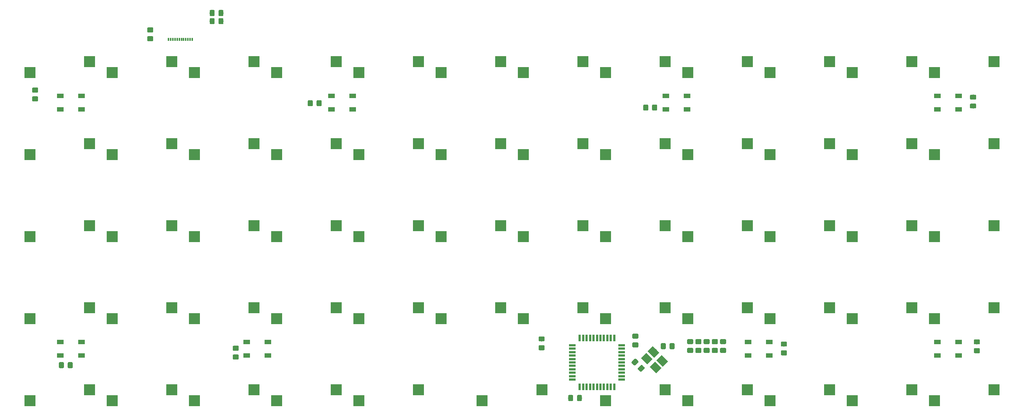
<source format=gbr>
G04 #@! TF.GenerationSoftware,KiCad,Pcbnew,5.1.1*
G04 #@! TF.CreationDate,2019-04-23T11:55:41+02:00*
G04 #@! TF.ProjectId,pcb,7063622e-6b69-4636-9164-5f7063625858,rev?*
G04 #@! TF.SameCoordinates,Original*
G04 #@! TF.FileFunction,Paste,Bot*
G04 #@! TF.FilePolarity,Positive*
%FSLAX46Y46*%
G04 Gerber Fmt 4.6, Leading zero omitted, Abs format (unit mm)*
G04 Created by KiCad (PCBNEW 5.1.1) date 2019-04-23 11:55:41*
%MOMM*%
%LPD*%
G04 APERTURE LIST*
%ADD10C,0.100000*%
%ADD11C,1.150000*%
%ADD12R,2.550000X2.500000*%
%ADD13C,1.725000*%
%ADD14R,0.550000X1.500000*%
%ADD15R,1.500000X0.550000*%
%ADD16R,0.300000X0.700000*%
%ADD17R,1.500000X1.000000*%
G04 APERTURE END LIST*
D10*
G36*
X206976505Y-108972704D02*
G01*
X207000773Y-108976304D01*
X207024572Y-108982265D01*
X207047671Y-108990530D01*
X207069850Y-109001020D01*
X207090893Y-109013632D01*
X207110599Y-109028247D01*
X207128777Y-109044723D01*
X207145253Y-109062901D01*
X207159868Y-109082607D01*
X207172480Y-109103650D01*
X207182970Y-109125829D01*
X207191235Y-109148928D01*
X207197196Y-109172727D01*
X207200796Y-109196995D01*
X207202000Y-109221499D01*
X207202000Y-109871501D01*
X207200796Y-109896005D01*
X207197196Y-109920273D01*
X207191235Y-109944072D01*
X207182970Y-109967171D01*
X207172480Y-109989350D01*
X207159868Y-110010393D01*
X207145253Y-110030099D01*
X207128777Y-110048277D01*
X207110599Y-110064753D01*
X207090893Y-110079368D01*
X207069850Y-110091980D01*
X207047671Y-110102470D01*
X207024572Y-110110735D01*
X207000773Y-110116696D01*
X206976505Y-110120296D01*
X206952001Y-110121500D01*
X206051999Y-110121500D01*
X206027495Y-110120296D01*
X206003227Y-110116696D01*
X205979428Y-110110735D01*
X205956329Y-110102470D01*
X205934150Y-110091980D01*
X205913107Y-110079368D01*
X205893401Y-110064753D01*
X205875223Y-110048277D01*
X205858747Y-110030099D01*
X205844132Y-110010393D01*
X205831520Y-109989350D01*
X205821030Y-109967171D01*
X205812765Y-109944072D01*
X205806804Y-109920273D01*
X205803204Y-109896005D01*
X205802000Y-109871501D01*
X205802000Y-109221499D01*
X205803204Y-109196995D01*
X205806804Y-109172727D01*
X205812765Y-109148928D01*
X205821030Y-109125829D01*
X205831520Y-109103650D01*
X205844132Y-109082607D01*
X205858747Y-109062901D01*
X205875223Y-109044723D01*
X205893401Y-109028247D01*
X205913107Y-109013632D01*
X205934150Y-109001020D01*
X205956329Y-108990530D01*
X205979428Y-108982265D01*
X206003227Y-108976304D01*
X206027495Y-108972704D01*
X206051999Y-108971500D01*
X206952001Y-108971500D01*
X206976505Y-108972704D01*
X206976505Y-108972704D01*
G37*
D11*
X206502000Y-109546500D03*
D10*
G36*
X206976505Y-106922704D02*
G01*
X207000773Y-106926304D01*
X207024572Y-106932265D01*
X207047671Y-106940530D01*
X207069850Y-106951020D01*
X207090893Y-106963632D01*
X207110599Y-106978247D01*
X207128777Y-106994723D01*
X207145253Y-107012901D01*
X207159868Y-107032607D01*
X207172480Y-107053650D01*
X207182970Y-107075829D01*
X207191235Y-107098928D01*
X207197196Y-107122727D01*
X207200796Y-107146995D01*
X207202000Y-107171499D01*
X207202000Y-107821501D01*
X207200796Y-107846005D01*
X207197196Y-107870273D01*
X207191235Y-107894072D01*
X207182970Y-107917171D01*
X207172480Y-107939350D01*
X207159868Y-107960393D01*
X207145253Y-107980099D01*
X207128777Y-107998277D01*
X207110599Y-108014753D01*
X207090893Y-108029368D01*
X207069850Y-108041980D01*
X207047671Y-108052470D01*
X207024572Y-108060735D01*
X207000773Y-108066696D01*
X206976505Y-108070296D01*
X206952001Y-108071500D01*
X206051999Y-108071500D01*
X206027495Y-108070296D01*
X206003227Y-108066696D01*
X205979428Y-108060735D01*
X205956329Y-108052470D01*
X205934150Y-108041980D01*
X205913107Y-108029368D01*
X205893401Y-108014753D01*
X205875223Y-107998277D01*
X205858747Y-107980099D01*
X205844132Y-107960393D01*
X205831520Y-107939350D01*
X205821030Y-107917171D01*
X205812765Y-107894072D01*
X205806804Y-107870273D01*
X205803204Y-107846005D01*
X205802000Y-107821501D01*
X205802000Y-107171499D01*
X205803204Y-107146995D01*
X205806804Y-107122727D01*
X205812765Y-107098928D01*
X205821030Y-107075829D01*
X205831520Y-107053650D01*
X205844132Y-107032607D01*
X205858747Y-107012901D01*
X205875223Y-106994723D01*
X205893401Y-106978247D01*
X205913107Y-106963632D01*
X205934150Y-106951020D01*
X205956329Y-106940530D01*
X205979428Y-106932265D01*
X206003227Y-106926304D01*
X206027495Y-106922704D01*
X206051999Y-106921500D01*
X206952001Y-106921500D01*
X206976505Y-106922704D01*
X206976505Y-106922704D01*
G37*
D11*
X206502000Y-107496500D03*
D10*
G36*
X251680505Y-108464704D02*
G01*
X251704773Y-108468304D01*
X251728572Y-108474265D01*
X251751671Y-108482530D01*
X251773850Y-108493020D01*
X251794893Y-108505632D01*
X251814599Y-108520247D01*
X251832777Y-108536723D01*
X251849253Y-108554901D01*
X251863868Y-108574607D01*
X251876480Y-108595650D01*
X251886970Y-108617829D01*
X251895235Y-108640928D01*
X251901196Y-108664727D01*
X251904796Y-108688995D01*
X251906000Y-108713499D01*
X251906000Y-109363501D01*
X251904796Y-109388005D01*
X251901196Y-109412273D01*
X251895235Y-109436072D01*
X251886970Y-109459171D01*
X251876480Y-109481350D01*
X251863868Y-109502393D01*
X251849253Y-109522099D01*
X251832777Y-109540277D01*
X251814599Y-109556753D01*
X251794893Y-109571368D01*
X251773850Y-109583980D01*
X251751671Y-109594470D01*
X251728572Y-109602735D01*
X251704773Y-109608696D01*
X251680505Y-109612296D01*
X251656001Y-109613500D01*
X250755999Y-109613500D01*
X250731495Y-109612296D01*
X250707227Y-109608696D01*
X250683428Y-109602735D01*
X250660329Y-109594470D01*
X250638150Y-109583980D01*
X250617107Y-109571368D01*
X250597401Y-109556753D01*
X250579223Y-109540277D01*
X250562747Y-109522099D01*
X250548132Y-109502393D01*
X250535520Y-109481350D01*
X250525030Y-109459171D01*
X250516765Y-109436072D01*
X250510804Y-109412273D01*
X250507204Y-109388005D01*
X250506000Y-109363501D01*
X250506000Y-108713499D01*
X250507204Y-108688995D01*
X250510804Y-108664727D01*
X250516765Y-108640928D01*
X250525030Y-108617829D01*
X250535520Y-108595650D01*
X250548132Y-108574607D01*
X250562747Y-108554901D01*
X250579223Y-108536723D01*
X250597401Y-108520247D01*
X250617107Y-108505632D01*
X250638150Y-108493020D01*
X250660329Y-108482530D01*
X250683428Y-108474265D01*
X250707227Y-108468304D01*
X250731495Y-108464704D01*
X250755999Y-108463500D01*
X251656001Y-108463500D01*
X251680505Y-108464704D01*
X251680505Y-108464704D01*
G37*
D11*
X251206000Y-109038500D03*
D10*
G36*
X251680505Y-106414704D02*
G01*
X251704773Y-106418304D01*
X251728572Y-106424265D01*
X251751671Y-106432530D01*
X251773850Y-106443020D01*
X251794893Y-106455632D01*
X251814599Y-106470247D01*
X251832777Y-106486723D01*
X251849253Y-106504901D01*
X251863868Y-106524607D01*
X251876480Y-106545650D01*
X251886970Y-106567829D01*
X251895235Y-106590928D01*
X251901196Y-106614727D01*
X251904796Y-106638995D01*
X251906000Y-106663499D01*
X251906000Y-107313501D01*
X251904796Y-107338005D01*
X251901196Y-107362273D01*
X251895235Y-107386072D01*
X251886970Y-107409171D01*
X251876480Y-107431350D01*
X251863868Y-107452393D01*
X251849253Y-107472099D01*
X251832777Y-107490277D01*
X251814599Y-107506753D01*
X251794893Y-107521368D01*
X251773850Y-107533980D01*
X251751671Y-107544470D01*
X251728572Y-107552735D01*
X251704773Y-107558696D01*
X251680505Y-107562296D01*
X251656001Y-107563500D01*
X250755999Y-107563500D01*
X250731495Y-107562296D01*
X250707227Y-107558696D01*
X250683428Y-107552735D01*
X250660329Y-107544470D01*
X250638150Y-107533980D01*
X250617107Y-107521368D01*
X250597401Y-107506753D01*
X250579223Y-107490277D01*
X250562747Y-107472099D01*
X250548132Y-107452393D01*
X250535520Y-107431350D01*
X250525030Y-107409171D01*
X250516765Y-107386072D01*
X250510804Y-107362273D01*
X250507204Y-107338005D01*
X250506000Y-107313501D01*
X250506000Y-106663499D01*
X250507204Y-106638995D01*
X250510804Y-106614727D01*
X250516765Y-106590928D01*
X250525030Y-106567829D01*
X250535520Y-106545650D01*
X250548132Y-106524607D01*
X250562747Y-106504901D01*
X250579223Y-106486723D01*
X250597401Y-106470247D01*
X250617107Y-106455632D01*
X250638150Y-106443020D01*
X250660329Y-106432530D01*
X250683428Y-106424265D01*
X250707227Y-106418304D01*
X250731495Y-106414704D01*
X250755999Y-106413500D01*
X251656001Y-106413500D01*
X251680505Y-106414704D01*
X251680505Y-106414704D01*
G37*
D11*
X251206000Y-106988500D03*
D10*
G36*
X250791505Y-51632204D02*
G01*
X250815773Y-51635804D01*
X250839572Y-51641765D01*
X250862671Y-51650030D01*
X250884850Y-51660520D01*
X250905893Y-51673132D01*
X250925599Y-51687747D01*
X250943777Y-51704223D01*
X250960253Y-51722401D01*
X250974868Y-51742107D01*
X250987480Y-51763150D01*
X250997970Y-51785329D01*
X251006235Y-51808428D01*
X251012196Y-51832227D01*
X251015796Y-51856495D01*
X251017000Y-51880999D01*
X251017000Y-52531001D01*
X251015796Y-52555505D01*
X251012196Y-52579773D01*
X251006235Y-52603572D01*
X250997970Y-52626671D01*
X250987480Y-52648850D01*
X250974868Y-52669893D01*
X250960253Y-52689599D01*
X250943777Y-52707777D01*
X250925599Y-52724253D01*
X250905893Y-52738868D01*
X250884850Y-52751480D01*
X250862671Y-52761970D01*
X250839572Y-52770235D01*
X250815773Y-52776196D01*
X250791505Y-52779796D01*
X250767001Y-52781000D01*
X249866999Y-52781000D01*
X249842495Y-52779796D01*
X249818227Y-52776196D01*
X249794428Y-52770235D01*
X249771329Y-52761970D01*
X249749150Y-52751480D01*
X249728107Y-52738868D01*
X249708401Y-52724253D01*
X249690223Y-52707777D01*
X249673747Y-52689599D01*
X249659132Y-52669893D01*
X249646520Y-52648850D01*
X249636030Y-52626671D01*
X249627765Y-52603572D01*
X249621804Y-52579773D01*
X249618204Y-52555505D01*
X249617000Y-52531001D01*
X249617000Y-51880999D01*
X249618204Y-51856495D01*
X249621804Y-51832227D01*
X249627765Y-51808428D01*
X249636030Y-51785329D01*
X249646520Y-51763150D01*
X249659132Y-51742107D01*
X249673747Y-51722401D01*
X249690223Y-51704223D01*
X249708401Y-51687747D01*
X249728107Y-51673132D01*
X249749150Y-51660520D01*
X249771329Y-51650030D01*
X249794428Y-51641765D01*
X249818227Y-51635804D01*
X249842495Y-51632204D01*
X249866999Y-51631000D01*
X250767001Y-51631000D01*
X250791505Y-51632204D01*
X250791505Y-51632204D01*
G37*
D11*
X250317000Y-52206000D03*
D10*
G36*
X250791505Y-49582204D02*
G01*
X250815773Y-49585804D01*
X250839572Y-49591765D01*
X250862671Y-49600030D01*
X250884850Y-49610520D01*
X250905893Y-49623132D01*
X250925599Y-49637747D01*
X250943777Y-49654223D01*
X250960253Y-49672401D01*
X250974868Y-49692107D01*
X250987480Y-49713150D01*
X250997970Y-49735329D01*
X251006235Y-49758428D01*
X251012196Y-49782227D01*
X251015796Y-49806495D01*
X251017000Y-49830999D01*
X251017000Y-50481001D01*
X251015796Y-50505505D01*
X251012196Y-50529773D01*
X251006235Y-50553572D01*
X250997970Y-50576671D01*
X250987480Y-50598850D01*
X250974868Y-50619893D01*
X250960253Y-50639599D01*
X250943777Y-50657777D01*
X250925599Y-50674253D01*
X250905893Y-50688868D01*
X250884850Y-50701480D01*
X250862671Y-50711970D01*
X250839572Y-50720235D01*
X250815773Y-50726196D01*
X250791505Y-50729796D01*
X250767001Y-50731000D01*
X249866999Y-50731000D01*
X249842495Y-50729796D01*
X249818227Y-50726196D01*
X249794428Y-50720235D01*
X249771329Y-50711970D01*
X249749150Y-50701480D01*
X249728107Y-50688868D01*
X249708401Y-50674253D01*
X249690223Y-50657777D01*
X249673747Y-50639599D01*
X249659132Y-50619893D01*
X249646520Y-50598850D01*
X249636030Y-50576671D01*
X249627765Y-50553572D01*
X249621804Y-50529773D01*
X249618204Y-50505505D01*
X249617000Y-50481001D01*
X249617000Y-49830999D01*
X249618204Y-49806495D01*
X249621804Y-49782227D01*
X249627765Y-49758428D01*
X249636030Y-49735329D01*
X249646520Y-49713150D01*
X249659132Y-49692107D01*
X249673747Y-49672401D01*
X249690223Y-49654223D01*
X249708401Y-49637747D01*
X249728107Y-49623132D01*
X249749150Y-49610520D01*
X249771329Y-49600030D01*
X249794428Y-49591765D01*
X249818227Y-49585804D01*
X249842495Y-49582204D01*
X249866999Y-49581000D01*
X250767001Y-49581000D01*
X250791505Y-49582204D01*
X250791505Y-49582204D01*
G37*
D11*
X250317000Y-50156000D03*
D10*
G36*
X174838505Y-51879204D02*
G01*
X174862773Y-51882804D01*
X174886572Y-51888765D01*
X174909671Y-51897030D01*
X174931850Y-51907520D01*
X174952893Y-51920132D01*
X174972599Y-51934747D01*
X174990777Y-51951223D01*
X175007253Y-51969401D01*
X175021868Y-51989107D01*
X175034480Y-52010150D01*
X175044970Y-52032329D01*
X175053235Y-52055428D01*
X175059196Y-52079227D01*
X175062796Y-52103495D01*
X175064000Y-52127999D01*
X175064000Y-53028001D01*
X175062796Y-53052505D01*
X175059196Y-53076773D01*
X175053235Y-53100572D01*
X175044970Y-53123671D01*
X175034480Y-53145850D01*
X175021868Y-53166893D01*
X175007253Y-53186599D01*
X174990777Y-53204777D01*
X174972599Y-53221253D01*
X174952893Y-53235868D01*
X174931850Y-53248480D01*
X174909671Y-53258970D01*
X174886572Y-53267235D01*
X174862773Y-53273196D01*
X174838505Y-53276796D01*
X174814001Y-53278000D01*
X174163999Y-53278000D01*
X174139495Y-53276796D01*
X174115227Y-53273196D01*
X174091428Y-53267235D01*
X174068329Y-53258970D01*
X174046150Y-53248480D01*
X174025107Y-53235868D01*
X174005401Y-53221253D01*
X173987223Y-53204777D01*
X173970747Y-53186599D01*
X173956132Y-53166893D01*
X173943520Y-53145850D01*
X173933030Y-53123671D01*
X173924765Y-53100572D01*
X173918804Y-53076773D01*
X173915204Y-53052505D01*
X173914000Y-53028001D01*
X173914000Y-52127999D01*
X173915204Y-52103495D01*
X173918804Y-52079227D01*
X173924765Y-52055428D01*
X173933030Y-52032329D01*
X173943520Y-52010150D01*
X173956132Y-51989107D01*
X173970747Y-51969401D01*
X173987223Y-51951223D01*
X174005401Y-51934747D01*
X174025107Y-51920132D01*
X174046150Y-51907520D01*
X174068329Y-51897030D01*
X174091428Y-51888765D01*
X174115227Y-51882804D01*
X174139495Y-51879204D01*
X174163999Y-51878000D01*
X174814001Y-51878000D01*
X174838505Y-51879204D01*
X174838505Y-51879204D01*
G37*
D11*
X174489000Y-52578000D03*
D10*
G36*
X176888505Y-51879204D02*
G01*
X176912773Y-51882804D01*
X176936572Y-51888765D01*
X176959671Y-51897030D01*
X176981850Y-51907520D01*
X177002893Y-51920132D01*
X177022599Y-51934747D01*
X177040777Y-51951223D01*
X177057253Y-51969401D01*
X177071868Y-51989107D01*
X177084480Y-52010150D01*
X177094970Y-52032329D01*
X177103235Y-52055428D01*
X177109196Y-52079227D01*
X177112796Y-52103495D01*
X177114000Y-52127999D01*
X177114000Y-53028001D01*
X177112796Y-53052505D01*
X177109196Y-53076773D01*
X177103235Y-53100572D01*
X177094970Y-53123671D01*
X177084480Y-53145850D01*
X177071868Y-53166893D01*
X177057253Y-53186599D01*
X177040777Y-53204777D01*
X177022599Y-53221253D01*
X177002893Y-53235868D01*
X176981850Y-53248480D01*
X176959671Y-53258970D01*
X176936572Y-53267235D01*
X176912773Y-53273196D01*
X176888505Y-53276796D01*
X176864001Y-53278000D01*
X176213999Y-53278000D01*
X176189495Y-53276796D01*
X176165227Y-53273196D01*
X176141428Y-53267235D01*
X176118329Y-53258970D01*
X176096150Y-53248480D01*
X176075107Y-53235868D01*
X176055401Y-53221253D01*
X176037223Y-53204777D01*
X176020747Y-53186599D01*
X176006132Y-53166893D01*
X175993520Y-53145850D01*
X175983030Y-53123671D01*
X175974765Y-53100572D01*
X175968804Y-53076773D01*
X175965204Y-53052505D01*
X175964000Y-53028001D01*
X175964000Y-52127999D01*
X175965204Y-52103495D01*
X175968804Y-52079227D01*
X175974765Y-52055428D01*
X175983030Y-52032329D01*
X175993520Y-52010150D01*
X176006132Y-51989107D01*
X176020747Y-51969401D01*
X176037223Y-51951223D01*
X176055401Y-51934747D01*
X176075107Y-51920132D01*
X176096150Y-51907520D01*
X176118329Y-51897030D01*
X176141428Y-51888765D01*
X176165227Y-51882804D01*
X176189495Y-51879204D01*
X176213999Y-51878000D01*
X176864001Y-51878000D01*
X176888505Y-51879204D01*
X176888505Y-51879204D01*
G37*
D11*
X176539000Y-52578000D03*
D10*
G36*
X97114505Y-50863204D02*
G01*
X97138773Y-50866804D01*
X97162572Y-50872765D01*
X97185671Y-50881030D01*
X97207850Y-50891520D01*
X97228893Y-50904132D01*
X97248599Y-50918747D01*
X97266777Y-50935223D01*
X97283253Y-50953401D01*
X97297868Y-50973107D01*
X97310480Y-50994150D01*
X97320970Y-51016329D01*
X97329235Y-51039428D01*
X97335196Y-51063227D01*
X97338796Y-51087495D01*
X97340000Y-51111999D01*
X97340000Y-52012001D01*
X97338796Y-52036505D01*
X97335196Y-52060773D01*
X97329235Y-52084572D01*
X97320970Y-52107671D01*
X97310480Y-52129850D01*
X97297868Y-52150893D01*
X97283253Y-52170599D01*
X97266777Y-52188777D01*
X97248599Y-52205253D01*
X97228893Y-52219868D01*
X97207850Y-52232480D01*
X97185671Y-52242970D01*
X97162572Y-52251235D01*
X97138773Y-52257196D01*
X97114505Y-52260796D01*
X97090001Y-52262000D01*
X96439999Y-52262000D01*
X96415495Y-52260796D01*
X96391227Y-52257196D01*
X96367428Y-52251235D01*
X96344329Y-52242970D01*
X96322150Y-52232480D01*
X96301107Y-52219868D01*
X96281401Y-52205253D01*
X96263223Y-52188777D01*
X96246747Y-52170599D01*
X96232132Y-52150893D01*
X96219520Y-52129850D01*
X96209030Y-52107671D01*
X96200765Y-52084572D01*
X96194804Y-52060773D01*
X96191204Y-52036505D01*
X96190000Y-52012001D01*
X96190000Y-51111999D01*
X96191204Y-51087495D01*
X96194804Y-51063227D01*
X96200765Y-51039428D01*
X96209030Y-51016329D01*
X96219520Y-50994150D01*
X96232132Y-50973107D01*
X96246747Y-50953401D01*
X96263223Y-50935223D01*
X96281401Y-50918747D01*
X96301107Y-50904132D01*
X96322150Y-50891520D01*
X96344329Y-50881030D01*
X96367428Y-50872765D01*
X96391227Y-50866804D01*
X96415495Y-50863204D01*
X96439999Y-50862000D01*
X97090001Y-50862000D01*
X97114505Y-50863204D01*
X97114505Y-50863204D01*
G37*
D11*
X96765000Y-51562000D03*
D10*
G36*
X99164505Y-50863204D02*
G01*
X99188773Y-50866804D01*
X99212572Y-50872765D01*
X99235671Y-50881030D01*
X99257850Y-50891520D01*
X99278893Y-50904132D01*
X99298599Y-50918747D01*
X99316777Y-50935223D01*
X99333253Y-50953401D01*
X99347868Y-50973107D01*
X99360480Y-50994150D01*
X99370970Y-51016329D01*
X99379235Y-51039428D01*
X99385196Y-51063227D01*
X99388796Y-51087495D01*
X99390000Y-51111999D01*
X99390000Y-52012001D01*
X99388796Y-52036505D01*
X99385196Y-52060773D01*
X99379235Y-52084572D01*
X99370970Y-52107671D01*
X99360480Y-52129850D01*
X99347868Y-52150893D01*
X99333253Y-52170599D01*
X99316777Y-52188777D01*
X99298599Y-52205253D01*
X99278893Y-52219868D01*
X99257850Y-52232480D01*
X99235671Y-52242970D01*
X99212572Y-52251235D01*
X99188773Y-52257196D01*
X99164505Y-52260796D01*
X99140001Y-52262000D01*
X98489999Y-52262000D01*
X98465495Y-52260796D01*
X98441227Y-52257196D01*
X98417428Y-52251235D01*
X98394329Y-52242970D01*
X98372150Y-52232480D01*
X98351107Y-52219868D01*
X98331401Y-52205253D01*
X98313223Y-52188777D01*
X98296747Y-52170599D01*
X98282132Y-52150893D01*
X98269520Y-52129850D01*
X98259030Y-52107671D01*
X98250765Y-52084572D01*
X98244804Y-52060773D01*
X98241204Y-52036505D01*
X98240000Y-52012001D01*
X98240000Y-51111999D01*
X98241204Y-51087495D01*
X98244804Y-51063227D01*
X98250765Y-51039428D01*
X98259030Y-51016329D01*
X98269520Y-50994150D01*
X98282132Y-50973107D01*
X98296747Y-50953401D01*
X98313223Y-50935223D01*
X98331401Y-50918747D01*
X98351107Y-50904132D01*
X98372150Y-50891520D01*
X98394329Y-50881030D01*
X98417428Y-50872765D01*
X98441227Y-50866804D01*
X98465495Y-50863204D01*
X98489999Y-50862000D01*
X99140001Y-50862000D01*
X99164505Y-50863204D01*
X99164505Y-50863204D01*
G37*
D11*
X98815000Y-51562000D03*
D10*
G36*
X33494505Y-49981204D02*
G01*
X33518773Y-49984804D01*
X33542572Y-49990765D01*
X33565671Y-49999030D01*
X33587850Y-50009520D01*
X33608893Y-50022132D01*
X33628599Y-50036747D01*
X33646777Y-50053223D01*
X33663253Y-50071401D01*
X33677868Y-50091107D01*
X33690480Y-50112150D01*
X33700970Y-50134329D01*
X33709235Y-50157428D01*
X33715196Y-50181227D01*
X33718796Y-50205495D01*
X33720000Y-50229999D01*
X33720000Y-50880001D01*
X33718796Y-50904505D01*
X33715196Y-50928773D01*
X33709235Y-50952572D01*
X33700970Y-50975671D01*
X33690480Y-50997850D01*
X33677868Y-51018893D01*
X33663253Y-51038599D01*
X33646777Y-51056777D01*
X33628599Y-51073253D01*
X33608893Y-51087868D01*
X33587850Y-51100480D01*
X33565671Y-51110970D01*
X33542572Y-51119235D01*
X33518773Y-51125196D01*
X33494505Y-51128796D01*
X33470001Y-51130000D01*
X32569999Y-51130000D01*
X32545495Y-51128796D01*
X32521227Y-51125196D01*
X32497428Y-51119235D01*
X32474329Y-51110970D01*
X32452150Y-51100480D01*
X32431107Y-51087868D01*
X32411401Y-51073253D01*
X32393223Y-51056777D01*
X32376747Y-51038599D01*
X32362132Y-51018893D01*
X32349520Y-50997850D01*
X32339030Y-50975671D01*
X32330765Y-50952572D01*
X32324804Y-50928773D01*
X32321204Y-50904505D01*
X32320000Y-50880001D01*
X32320000Y-50229999D01*
X32321204Y-50205495D01*
X32324804Y-50181227D01*
X32330765Y-50157428D01*
X32339030Y-50134329D01*
X32349520Y-50112150D01*
X32362132Y-50091107D01*
X32376747Y-50071401D01*
X32393223Y-50053223D01*
X32411401Y-50036747D01*
X32431107Y-50022132D01*
X32452150Y-50009520D01*
X32474329Y-49999030D01*
X32497428Y-49990765D01*
X32521227Y-49984804D01*
X32545495Y-49981204D01*
X32569999Y-49980000D01*
X33470001Y-49980000D01*
X33494505Y-49981204D01*
X33494505Y-49981204D01*
G37*
D11*
X33020000Y-50555000D03*
D10*
G36*
X33494505Y-47931204D02*
G01*
X33518773Y-47934804D01*
X33542572Y-47940765D01*
X33565671Y-47949030D01*
X33587850Y-47959520D01*
X33608893Y-47972132D01*
X33628599Y-47986747D01*
X33646777Y-48003223D01*
X33663253Y-48021401D01*
X33677868Y-48041107D01*
X33690480Y-48062150D01*
X33700970Y-48084329D01*
X33709235Y-48107428D01*
X33715196Y-48131227D01*
X33718796Y-48155495D01*
X33720000Y-48179999D01*
X33720000Y-48830001D01*
X33718796Y-48854505D01*
X33715196Y-48878773D01*
X33709235Y-48902572D01*
X33700970Y-48925671D01*
X33690480Y-48947850D01*
X33677868Y-48968893D01*
X33663253Y-48988599D01*
X33646777Y-49006777D01*
X33628599Y-49023253D01*
X33608893Y-49037868D01*
X33587850Y-49050480D01*
X33565671Y-49060970D01*
X33542572Y-49069235D01*
X33518773Y-49075196D01*
X33494505Y-49078796D01*
X33470001Y-49080000D01*
X32569999Y-49080000D01*
X32545495Y-49078796D01*
X32521227Y-49075196D01*
X32497428Y-49069235D01*
X32474329Y-49060970D01*
X32452150Y-49050480D01*
X32431107Y-49037868D01*
X32411401Y-49023253D01*
X32393223Y-49006777D01*
X32376747Y-48988599D01*
X32362132Y-48968893D01*
X32349520Y-48947850D01*
X32339030Y-48925671D01*
X32330765Y-48902572D01*
X32324804Y-48878773D01*
X32321204Y-48854505D01*
X32320000Y-48830001D01*
X32320000Y-48179999D01*
X32321204Y-48155495D01*
X32324804Y-48131227D01*
X32330765Y-48107428D01*
X32339030Y-48084329D01*
X32349520Y-48062150D01*
X32362132Y-48041107D01*
X32376747Y-48021401D01*
X32393223Y-48003223D01*
X32411401Y-47986747D01*
X32431107Y-47972132D01*
X32452150Y-47959520D01*
X32474329Y-47949030D01*
X32497428Y-47940765D01*
X32521227Y-47934804D01*
X32545495Y-47931204D01*
X32569999Y-47930000D01*
X33470001Y-47930000D01*
X33494505Y-47931204D01*
X33494505Y-47931204D01*
G37*
D11*
X33020000Y-48505000D03*
D10*
G36*
X41506505Y-111696204D02*
G01*
X41530773Y-111699804D01*
X41554572Y-111705765D01*
X41577671Y-111714030D01*
X41599850Y-111724520D01*
X41620893Y-111737132D01*
X41640599Y-111751747D01*
X41658777Y-111768223D01*
X41675253Y-111786401D01*
X41689868Y-111806107D01*
X41702480Y-111827150D01*
X41712970Y-111849329D01*
X41721235Y-111872428D01*
X41727196Y-111896227D01*
X41730796Y-111920495D01*
X41732000Y-111944999D01*
X41732000Y-112845001D01*
X41730796Y-112869505D01*
X41727196Y-112893773D01*
X41721235Y-112917572D01*
X41712970Y-112940671D01*
X41702480Y-112962850D01*
X41689868Y-112983893D01*
X41675253Y-113003599D01*
X41658777Y-113021777D01*
X41640599Y-113038253D01*
X41620893Y-113052868D01*
X41599850Y-113065480D01*
X41577671Y-113075970D01*
X41554572Y-113084235D01*
X41530773Y-113090196D01*
X41506505Y-113093796D01*
X41482001Y-113095000D01*
X40831999Y-113095000D01*
X40807495Y-113093796D01*
X40783227Y-113090196D01*
X40759428Y-113084235D01*
X40736329Y-113075970D01*
X40714150Y-113065480D01*
X40693107Y-113052868D01*
X40673401Y-113038253D01*
X40655223Y-113021777D01*
X40638747Y-113003599D01*
X40624132Y-112983893D01*
X40611520Y-112962850D01*
X40601030Y-112940671D01*
X40592765Y-112917572D01*
X40586804Y-112893773D01*
X40583204Y-112869505D01*
X40582000Y-112845001D01*
X40582000Y-111944999D01*
X40583204Y-111920495D01*
X40586804Y-111896227D01*
X40592765Y-111872428D01*
X40601030Y-111849329D01*
X40611520Y-111827150D01*
X40624132Y-111806107D01*
X40638747Y-111786401D01*
X40655223Y-111768223D01*
X40673401Y-111751747D01*
X40693107Y-111737132D01*
X40714150Y-111724520D01*
X40736329Y-111714030D01*
X40759428Y-111705765D01*
X40783227Y-111699804D01*
X40807495Y-111696204D01*
X40831999Y-111695000D01*
X41482001Y-111695000D01*
X41506505Y-111696204D01*
X41506505Y-111696204D01*
G37*
D11*
X41157000Y-112395000D03*
D10*
G36*
X39456505Y-111696204D02*
G01*
X39480773Y-111699804D01*
X39504572Y-111705765D01*
X39527671Y-111714030D01*
X39549850Y-111724520D01*
X39570893Y-111737132D01*
X39590599Y-111751747D01*
X39608777Y-111768223D01*
X39625253Y-111786401D01*
X39639868Y-111806107D01*
X39652480Y-111827150D01*
X39662970Y-111849329D01*
X39671235Y-111872428D01*
X39677196Y-111896227D01*
X39680796Y-111920495D01*
X39682000Y-111944999D01*
X39682000Y-112845001D01*
X39680796Y-112869505D01*
X39677196Y-112893773D01*
X39671235Y-112917572D01*
X39662970Y-112940671D01*
X39652480Y-112962850D01*
X39639868Y-112983893D01*
X39625253Y-113003599D01*
X39608777Y-113021777D01*
X39590599Y-113038253D01*
X39570893Y-113052868D01*
X39549850Y-113065480D01*
X39527671Y-113075970D01*
X39504572Y-113084235D01*
X39480773Y-113090196D01*
X39456505Y-113093796D01*
X39432001Y-113095000D01*
X38781999Y-113095000D01*
X38757495Y-113093796D01*
X38733227Y-113090196D01*
X38709428Y-113084235D01*
X38686329Y-113075970D01*
X38664150Y-113065480D01*
X38643107Y-113052868D01*
X38623401Y-113038253D01*
X38605223Y-113021777D01*
X38588747Y-113003599D01*
X38574132Y-112983893D01*
X38561520Y-112962850D01*
X38551030Y-112940671D01*
X38542765Y-112917572D01*
X38536804Y-112893773D01*
X38533204Y-112869505D01*
X38532000Y-112845001D01*
X38532000Y-111944999D01*
X38533204Y-111920495D01*
X38536804Y-111896227D01*
X38542765Y-111872428D01*
X38551030Y-111849329D01*
X38561520Y-111827150D01*
X38574132Y-111806107D01*
X38588747Y-111786401D01*
X38605223Y-111768223D01*
X38623401Y-111751747D01*
X38643107Y-111737132D01*
X38664150Y-111724520D01*
X38686329Y-111714030D01*
X38709428Y-111705765D01*
X38733227Y-111699804D01*
X38757495Y-111696204D01*
X38781999Y-111695000D01*
X39432001Y-111695000D01*
X39456505Y-111696204D01*
X39456505Y-111696204D01*
G37*
D11*
X39107000Y-112395000D03*
D10*
G36*
X79976505Y-107875204D02*
G01*
X80000773Y-107878804D01*
X80024572Y-107884765D01*
X80047671Y-107893030D01*
X80069850Y-107903520D01*
X80090893Y-107916132D01*
X80110599Y-107930747D01*
X80128777Y-107947223D01*
X80145253Y-107965401D01*
X80159868Y-107985107D01*
X80172480Y-108006150D01*
X80182970Y-108028329D01*
X80191235Y-108051428D01*
X80197196Y-108075227D01*
X80200796Y-108099495D01*
X80202000Y-108123999D01*
X80202000Y-108774001D01*
X80200796Y-108798505D01*
X80197196Y-108822773D01*
X80191235Y-108846572D01*
X80182970Y-108869671D01*
X80172480Y-108891850D01*
X80159868Y-108912893D01*
X80145253Y-108932599D01*
X80128777Y-108950777D01*
X80110599Y-108967253D01*
X80090893Y-108981868D01*
X80069850Y-108994480D01*
X80047671Y-109004970D01*
X80024572Y-109013235D01*
X80000773Y-109019196D01*
X79976505Y-109022796D01*
X79952001Y-109024000D01*
X79051999Y-109024000D01*
X79027495Y-109022796D01*
X79003227Y-109019196D01*
X78979428Y-109013235D01*
X78956329Y-109004970D01*
X78934150Y-108994480D01*
X78913107Y-108981868D01*
X78893401Y-108967253D01*
X78875223Y-108950777D01*
X78858747Y-108932599D01*
X78844132Y-108912893D01*
X78831520Y-108891850D01*
X78821030Y-108869671D01*
X78812765Y-108846572D01*
X78806804Y-108822773D01*
X78803204Y-108798505D01*
X78802000Y-108774001D01*
X78802000Y-108123999D01*
X78803204Y-108099495D01*
X78806804Y-108075227D01*
X78812765Y-108051428D01*
X78821030Y-108028329D01*
X78831520Y-108006150D01*
X78844132Y-107985107D01*
X78858747Y-107965401D01*
X78875223Y-107947223D01*
X78893401Y-107930747D01*
X78913107Y-107916132D01*
X78934150Y-107903520D01*
X78956329Y-107893030D01*
X78979428Y-107884765D01*
X79003227Y-107878804D01*
X79027495Y-107875204D01*
X79051999Y-107874000D01*
X79952001Y-107874000D01*
X79976505Y-107875204D01*
X79976505Y-107875204D01*
G37*
D11*
X79502000Y-108449000D03*
D10*
G36*
X79976505Y-109925204D02*
G01*
X80000773Y-109928804D01*
X80024572Y-109934765D01*
X80047671Y-109943030D01*
X80069850Y-109953520D01*
X80090893Y-109966132D01*
X80110599Y-109980747D01*
X80128777Y-109997223D01*
X80145253Y-110015401D01*
X80159868Y-110035107D01*
X80172480Y-110056150D01*
X80182970Y-110078329D01*
X80191235Y-110101428D01*
X80197196Y-110125227D01*
X80200796Y-110149495D01*
X80202000Y-110173999D01*
X80202000Y-110824001D01*
X80200796Y-110848505D01*
X80197196Y-110872773D01*
X80191235Y-110896572D01*
X80182970Y-110919671D01*
X80172480Y-110941850D01*
X80159868Y-110962893D01*
X80145253Y-110982599D01*
X80128777Y-111000777D01*
X80110599Y-111017253D01*
X80090893Y-111031868D01*
X80069850Y-111044480D01*
X80047671Y-111054970D01*
X80024572Y-111063235D01*
X80000773Y-111069196D01*
X79976505Y-111072796D01*
X79952001Y-111074000D01*
X79051999Y-111074000D01*
X79027495Y-111072796D01*
X79003227Y-111069196D01*
X78979428Y-111063235D01*
X78956329Y-111054970D01*
X78934150Y-111044480D01*
X78913107Y-111031868D01*
X78893401Y-111017253D01*
X78875223Y-111000777D01*
X78858747Y-110982599D01*
X78844132Y-110962893D01*
X78831520Y-110941850D01*
X78821030Y-110919671D01*
X78812765Y-110896572D01*
X78806804Y-110872773D01*
X78803204Y-110848505D01*
X78802000Y-110824001D01*
X78802000Y-110173999D01*
X78803204Y-110149495D01*
X78806804Y-110125227D01*
X78812765Y-110101428D01*
X78821030Y-110078329D01*
X78831520Y-110056150D01*
X78844132Y-110035107D01*
X78858747Y-110015401D01*
X78875223Y-109997223D01*
X78893401Y-109980747D01*
X78913107Y-109966132D01*
X78934150Y-109953520D01*
X78956329Y-109943030D01*
X78979428Y-109934765D01*
X79003227Y-109928804D01*
X79027495Y-109925204D01*
X79051999Y-109924000D01*
X79952001Y-109924000D01*
X79976505Y-109925204D01*
X79976505Y-109925204D01*
G37*
D11*
X79502000Y-110499000D03*
D12*
X255210000Y-80010000D03*
X241360000Y-82550000D03*
X255210000Y-118110000D03*
X241360000Y-120650000D03*
X236160000Y-118110000D03*
X222310000Y-120650000D03*
X217110000Y-118110000D03*
X203260000Y-120650000D03*
X198060000Y-118110000D03*
X184210000Y-120650000D03*
X179010000Y-118110000D03*
X165160000Y-120650000D03*
X150435000Y-118110000D03*
X136585000Y-120650000D03*
X121860000Y-118110000D03*
X108010000Y-120650000D03*
X102810000Y-118110000D03*
X88960000Y-120650000D03*
X83760000Y-118110000D03*
X69910000Y-120650000D03*
X64710000Y-118110000D03*
X50860000Y-120650000D03*
X45660000Y-118110000D03*
X31810000Y-120650000D03*
X255210000Y-99060000D03*
X241360000Y-101600000D03*
X236160000Y-99060000D03*
X222310000Y-101600000D03*
X217110000Y-99060000D03*
X203260000Y-101600000D03*
X198060000Y-99060000D03*
X184210000Y-101600000D03*
X179010000Y-99060000D03*
X165160000Y-101600000D03*
X159960000Y-99060000D03*
X146110000Y-101600000D03*
X140910000Y-99060000D03*
X127060000Y-101600000D03*
X121860000Y-99060000D03*
X108010000Y-101600000D03*
X102810000Y-99060000D03*
X88960000Y-101600000D03*
X83760000Y-99060000D03*
X69910000Y-101600000D03*
X64710000Y-99060000D03*
X50860000Y-101600000D03*
X45660000Y-99060000D03*
X31810000Y-101600000D03*
X236160000Y-80010000D03*
X222310000Y-82550000D03*
X217110000Y-80010000D03*
X203260000Y-82550000D03*
X198060000Y-80010000D03*
X184210000Y-82550000D03*
X179010000Y-80010000D03*
X165160000Y-82550000D03*
X159960000Y-80010000D03*
X146110000Y-82550000D03*
X140910000Y-80010000D03*
X127060000Y-82550000D03*
X121860000Y-80010000D03*
X108010000Y-82550000D03*
X102810000Y-80010000D03*
X88960000Y-82550000D03*
X83760000Y-80010000D03*
X69910000Y-82550000D03*
X64710000Y-80010000D03*
X50860000Y-82550000D03*
X45660000Y-80010000D03*
X31810000Y-82550000D03*
X255210000Y-60960000D03*
X241360000Y-63500000D03*
X236160000Y-60960000D03*
X222310000Y-63500000D03*
X217110000Y-60960000D03*
X203260000Y-63500000D03*
X198060000Y-60960000D03*
X184210000Y-63500000D03*
X179010000Y-60960000D03*
X165160000Y-63500000D03*
X159960000Y-60960000D03*
X146110000Y-63500000D03*
X140910000Y-60960000D03*
X127060000Y-63500000D03*
X121860000Y-60960000D03*
X108010000Y-63500000D03*
X102810000Y-60960000D03*
X88960000Y-63500000D03*
X83760000Y-60960000D03*
X69910000Y-63500000D03*
X64710000Y-60960000D03*
X50860000Y-63500000D03*
X45660000Y-60960000D03*
X31810000Y-63500000D03*
X255210000Y-41910000D03*
X241360000Y-44450000D03*
X236160000Y-41910000D03*
X222310000Y-44450000D03*
X217110000Y-41910000D03*
X203260000Y-44450000D03*
X198060000Y-41910000D03*
X184210000Y-44450000D03*
X179010000Y-41910000D03*
X165160000Y-44450000D03*
X159960000Y-41910000D03*
X146110000Y-44450000D03*
X140910000Y-41910000D03*
X127060000Y-44450000D03*
X121860000Y-41910000D03*
X108010000Y-44450000D03*
X102810000Y-41910000D03*
X88960000Y-44450000D03*
X83760000Y-41910000D03*
X69910000Y-44450000D03*
X64710000Y-41910000D03*
X50860000Y-44450000D03*
X45660000Y-41910000D03*
X31810000Y-44450000D03*
D13*
X178324283Y-111381326D03*
D10*
G36*
X179676625Y-111513909D02*
G01*
X178456866Y-112733668D01*
X176971941Y-111248743D01*
X178191700Y-110028984D01*
X179676625Y-111513909D01*
X179676625Y-111513909D01*
G37*
D13*
X176273674Y-109330717D03*
D10*
G36*
X177626016Y-109463300D02*
G01*
X176406257Y-110683059D01*
X174921332Y-109198134D01*
X176141091Y-107978375D01*
X177626016Y-109463300D01*
X177626016Y-109463300D01*
G37*
D13*
X174735717Y-110868674D03*
D10*
G36*
X176088059Y-111001257D02*
G01*
X174868300Y-112221016D01*
X173383375Y-110736091D01*
X174603134Y-109516332D01*
X176088059Y-111001257D01*
X176088059Y-111001257D01*
G37*
D13*
X176786326Y-112919283D03*
D10*
G36*
X178138668Y-113051866D02*
G01*
X176918909Y-114271625D01*
X175433984Y-112786700D01*
X176653743Y-111566941D01*
X178138668Y-113051866D01*
X178138668Y-113051866D01*
G37*
D14*
X159195000Y-106060000D03*
X159995000Y-106060000D03*
X160795000Y-106060000D03*
X161595000Y-106060000D03*
X162395000Y-106060000D03*
X163195000Y-106060000D03*
X163995000Y-106060000D03*
X164795000Y-106060000D03*
X165595000Y-106060000D03*
X166395000Y-106060000D03*
X167195000Y-106060000D03*
D15*
X168895000Y-107760000D03*
X168895000Y-108560000D03*
X168895000Y-109360000D03*
X168895000Y-110160000D03*
X168895000Y-110960000D03*
X168895000Y-111760000D03*
X168895000Y-112560000D03*
X168895000Y-113360000D03*
X168895000Y-114160000D03*
X168895000Y-114960000D03*
X168895000Y-115760000D03*
D14*
X167195000Y-117460000D03*
X166395000Y-117460000D03*
X165595000Y-117460000D03*
X164795000Y-117460000D03*
X163995000Y-117460000D03*
X163195000Y-117460000D03*
X162395000Y-117460000D03*
X161595000Y-117460000D03*
X160795000Y-117460000D03*
X159995000Y-117460000D03*
X159195000Y-117460000D03*
D15*
X157495000Y-115760000D03*
X157495000Y-114960000D03*
X157495000Y-114160000D03*
X157495000Y-113360000D03*
X157495000Y-112560000D03*
X157495000Y-111760000D03*
X157495000Y-110960000D03*
X157495000Y-110160000D03*
X157495000Y-109360000D03*
X157495000Y-108560000D03*
X157495000Y-107760000D03*
D10*
G36*
X159489505Y-119316204D02*
G01*
X159513773Y-119319804D01*
X159537572Y-119325765D01*
X159560671Y-119334030D01*
X159582850Y-119344520D01*
X159603893Y-119357132D01*
X159623599Y-119371747D01*
X159641777Y-119388223D01*
X159658253Y-119406401D01*
X159672868Y-119426107D01*
X159685480Y-119447150D01*
X159695970Y-119469329D01*
X159704235Y-119492428D01*
X159710196Y-119516227D01*
X159713796Y-119540495D01*
X159715000Y-119564999D01*
X159715000Y-120465001D01*
X159713796Y-120489505D01*
X159710196Y-120513773D01*
X159704235Y-120537572D01*
X159695970Y-120560671D01*
X159685480Y-120582850D01*
X159672868Y-120603893D01*
X159658253Y-120623599D01*
X159641777Y-120641777D01*
X159623599Y-120658253D01*
X159603893Y-120672868D01*
X159582850Y-120685480D01*
X159560671Y-120695970D01*
X159537572Y-120704235D01*
X159513773Y-120710196D01*
X159489505Y-120713796D01*
X159465001Y-120715000D01*
X158814999Y-120715000D01*
X158790495Y-120713796D01*
X158766227Y-120710196D01*
X158742428Y-120704235D01*
X158719329Y-120695970D01*
X158697150Y-120685480D01*
X158676107Y-120672868D01*
X158656401Y-120658253D01*
X158638223Y-120641777D01*
X158621747Y-120623599D01*
X158607132Y-120603893D01*
X158594520Y-120582850D01*
X158584030Y-120560671D01*
X158575765Y-120537572D01*
X158569804Y-120513773D01*
X158566204Y-120489505D01*
X158565000Y-120465001D01*
X158565000Y-119564999D01*
X158566204Y-119540495D01*
X158569804Y-119516227D01*
X158575765Y-119492428D01*
X158584030Y-119469329D01*
X158594520Y-119447150D01*
X158607132Y-119426107D01*
X158621747Y-119406401D01*
X158638223Y-119388223D01*
X158656401Y-119371747D01*
X158676107Y-119357132D01*
X158697150Y-119344520D01*
X158719329Y-119334030D01*
X158742428Y-119325765D01*
X158766227Y-119319804D01*
X158790495Y-119316204D01*
X158814999Y-119315000D01*
X159465001Y-119315000D01*
X159489505Y-119316204D01*
X159489505Y-119316204D01*
G37*
D11*
X159140000Y-120015000D03*
D10*
G36*
X157439505Y-119316204D02*
G01*
X157463773Y-119319804D01*
X157487572Y-119325765D01*
X157510671Y-119334030D01*
X157532850Y-119344520D01*
X157553893Y-119357132D01*
X157573599Y-119371747D01*
X157591777Y-119388223D01*
X157608253Y-119406401D01*
X157622868Y-119426107D01*
X157635480Y-119447150D01*
X157645970Y-119469329D01*
X157654235Y-119492428D01*
X157660196Y-119516227D01*
X157663796Y-119540495D01*
X157665000Y-119564999D01*
X157665000Y-120465001D01*
X157663796Y-120489505D01*
X157660196Y-120513773D01*
X157654235Y-120537572D01*
X157645970Y-120560671D01*
X157635480Y-120582850D01*
X157622868Y-120603893D01*
X157608253Y-120623599D01*
X157591777Y-120641777D01*
X157573599Y-120658253D01*
X157553893Y-120672868D01*
X157532850Y-120685480D01*
X157510671Y-120695970D01*
X157487572Y-120704235D01*
X157463773Y-120710196D01*
X157439505Y-120713796D01*
X157415001Y-120715000D01*
X156764999Y-120715000D01*
X156740495Y-120713796D01*
X156716227Y-120710196D01*
X156692428Y-120704235D01*
X156669329Y-120695970D01*
X156647150Y-120685480D01*
X156626107Y-120672868D01*
X156606401Y-120658253D01*
X156588223Y-120641777D01*
X156571747Y-120623599D01*
X156557132Y-120603893D01*
X156544520Y-120582850D01*
X156534030Y-120560671D01*
X156525765Y-120537572D01*
X156519804Y-120513773D01*
X156516204Y-120489505D01*
X156515000Y-120465001D01*
X156515000Y-119564999D01*
X156516204Y-119540495D01*
X156519804Y-119516227D01*
X156525765Y-119492428D01*
X156534030Y-119469329D01*
X156544520Y-119447150D01*
X156557132Y-119426107D01*
X156571747Y-119406401D01*
X156588223Y-119388223D01*
X156606401Y-119371747D01*
X156626107Y-119357132D01*
X156647150Y-119344520D01*
X156669329Y-119334030D01*
X156692428Y-119325765D01*
X156716227Y-119319804D01*
X156740495Y-119316204D01*
X156764999Y-119315000D01*
X157415001Y-119315000D01*
X157439505Y-119316204D01*
X157439505Y-119316204D01*
G37*
D11*
X157090000Y-120015000D03*
D10*
G36*
X74381505Y-31813204D02*
G01*
X74405773Y-31816804D01*
X74429572Y-31822765D01*
X74452671Y-31831030D01*
X74474850Y-31841520D01*
X74495893Y-31854132D01*
X74515599Y-31868747D01*
X74533777Y-31885223D01*
X74550253Y-31903401D01*
X74564868Y-31923107D01*
X74577480Y-31944150D01*
X74587970Y-31966329D01*
X74596235Y-31989428D01*
X74602196Y-32013227D01*
X74605796Y-32037495D01*
X74607000Y-32061999D01*
X74607000Y-32962001D01*
X74605796Y-32986505D01*
X74602196Y-33010773D01*
X74596235Y-33034572D01*
X74587970Y-33057671D01*
X74577480Y-33079850D01*
X74564868Y-33100893D01*
X74550253Y-33120599D01*
X74533777Y-33138777D01*
X74515599Y-33155253D01*
X74495893Y-33169868D01*
X74474850Y-33182480D01*
X74452671Y-33192970D01*
X74429572Y-33201235D01*
X74405773Y-33207196D01*
X74381505Y-33210796D01*
X74357001Y-33212000D01*
X73706999Y-33212000D01*
X73682495Y-33210796D01*
X73658227Y-33207196D01*
X73634428Y-33201235D01*
X73611329Y-33192970D01*
X73589150Y-33182480D01*
X73568107Y-33169868D01*
X73548401Y-33155253D01*
X73530223Y-33138777D01*
X73513747Y-33120599D01*
X73499132Y-33100893D01*
X73486520Y-33079850D01*
X73476030Y-33057671D01*
X73467765Y-33034572D01*
X73461804Y-33010773D01*
X73458204Y-32986505D01*
X73457000Y-32962001D01*
X73457000Y-32061999D01*
X73458204Y-32037495D01*
X73461804Y-32013227D01*
X73467765Y-31989428D01*
X73476030Y-31966329D01*
X73486520Y-31944150D01*
X73499132Y-31923107D01*
X73513747Y-31903401D01*
X73530223Y-31885223D01*
X73548401Y-31868747D01*
X73568107Y-31854132D01*
X73589150Y-31841520D01*
X73611329Y-31831030D01*
X73634428Y-31822765D01*
X73658227Y-31816804D01*
X73682495Y-31813204D01*
X73706999Y-31812000D01*
X74357001Y-31812000D01*
X74381505Y-31813204D01*
X74381505Y-31813204D01*
G37*
D11*
X74032000Y-32512000D03*
D10*
G36*
X76431505Y-31813204D02*
G01*
X76455773Y-31816804D01*
X76479572Y-31822765D01*
X76502671Y-31831030D01*
X76524850Y-31841520D01*
X76545893Y-31854132D01*
X76565599Y-31868747D01*
X76583777Y-31885223D01*
X76600253Y-31903401D01*
X76614868Y-31923107D01*
X76627480Y-31944150D01*
X76637970Y-31966329D01*
X76646235Y-31989428D01*
X76652196Y-32013227D01*
X76655796Y-32037495D01*
X76657000Y-32061999D01*
X76657000Y-32962001D01*
X76655796Y-32986505D01*
X76652196Y-33010773D01*
X76646235Y-33034572D01*
X76637970Y-33057671D01*
X76627480Y-33079850D01*
X76614868Y-33100893D01*
X76600253Y-33120599D01*
X76583777Y-33138777D01*
X76565599Y-33155253D01*
X76545893Y-33169868D01*
X76524850Y-33182480D01*
X76502671Y-33192970D01*
X76479572Y-33201235D01*
X76455773Y-33207196D01*
X76431505Y-33210796D01*
X76407001Y-33212000D01*
X75756999Y-33212000D01*
X75732495Y-33210796D01*
X75708227Y-33207196D01*
X75684428Y-33201235D01*
X75661329Y-33192970D01*
X75639150Y-33182480D01*
X75618107Y-33169868D01*
X75598401Y-33155253D01*
X75580223Y-33138777D01*
X75563747Y-33120599D01*
X75549132Y-33100893D01*
X75536520Y-33079850D01*
X75526030Y-33057671D01*
X75517765Y-33034572D01*
X75511804Y-33010773D01*
X75508204Y-32986505D01*
X75507000Y-32962001D01*
X75507000Y-32061999D01*
X75508204Y-32037495D01*
X75511804Y-32013227D01*
X75517765Y-31989428D01*
X75526030Y-31966329D01*
X75536520Y-31944150D01*
X75549132Y-31923107D01*
X75563747Y-31903401D01*
X75580223Y-31885223D01*
X75598401Y-31868747D01*
X75618107Y-31854132D01*
X75639150Y-31841520D01*
X75661329Y-31831030D01*
X75684428Y-31822765D01*
X75708227Y-31816804D01*
X75732495Y-31813204D01*
X75756999Y-31812000D01*
X76407001Y-31812000D01*
X76431505Y-31813204D01*
X76431505Y-31813204D01*
G37*
D11*
X76082000Y-32512000D03*
D10*
G36*
X74381505Y-29908204D02*
G01*
X74405773Y-29911804D01*
X74429572Y-29917765D01*
X74452671Y-29926030D01*
X74474850Y-29936520D01*
X74495893Y-29949132D01*
X74515599Y-29963747D01*
X74533777Y-29980223D01*
X74550253Y-29998401D01*
X74564868Y-30018107D01*
X74577480Y-30039150D01*
X74587970Y-30061329D01*
X74596235Y-30084428D01*
X74602196Y-30108227D01*
X74605796Y-30132495D01*
X74607000Y-30156999D01*
X74607000Y-31057001D01*
X74605796Y-31081505D01*
X74602196Y-31105773D01*
X74596235Y-31129572D01*
X74587970Y-31152671D01*
X74577480Y-31174850D01*
X74564868Y-31195893D01*
X74550253Y-31215599D01*
X74533777Y-31233777D01*
X74515599Y-31250253D01*
X74495893Y-31264868D01*
X74474850Y-31277480D01*
X74452671Y-31287970D01*
X74429572Y-31296235D01*
X74405773Y-31302196D01*
X74381505Y-31305796D01*
X74357001Y-31307000D01*
X73706999Y-31307000D01*
X73682495Y-31305796D01*
X73658227Y-31302196D01*
X73634428Y-31296235D01*
X73611329Y-31287970D01*
X73589150Y-31277480D01*
X73568107Y-31264868D01*
X73548401Y-31250253D01*
X73530223Y-31233777D01*
X73513747Y-31215599D01*
X73499132Y-31195893D01*
X73486520Y-31174850D01*
X73476030Y-31152671D01*
X73467765Y-31129572D01*
X73461804Y-31105773D01*
X73458204Y-31081505D01*
X73457000Y-31057001D01*
X73457000Y-30156999D01*
X73458204Y-30132495D01*
X73461804Y-30108227D01*
X73467765Y-30084428D01*
X73476030Y-30061329D01*
X73486520Y-30039150D01*
X73499132Y-30018107D01*
X73513747Y-29998401D01*
X73530223Y-29980223D01*
X73548401Y-29963747D01*
X73568107Y-29949132D01*
X73589150Y-29936520D01*
X73611329Y-29926030D01*
X73634428Y-29917765D01*
X73658227Y-29911804D01*
X73682495Y-29908204D01*
X73706999Y-29907000D01*
X74357001Y-29907000D01*
X74381505Y-29908204D01*
X74381505Y-29908204D01*
G37*
D11*
X74032000Y-30607000D03*
D10*
G36*
X76431505Y-29908204D02*
G01*
X76455773Y-29911804D01*
X76479572Y-29917765D01*
X76502671Y-29926030D01*
X76524850Y-29936520D01*
X76545893Y-29949132D01*
X76565599Y-29963747D01*
X76583777Y-29980223D01*
X76600253Y-29998401D01*
X76614868Y-30018107D01*
X76627480Y-30039150D01*
X76637970Y-30061329D01*
X76646235Y-30084428D01*
X76652196Y-30108227D01*
X76655796Y-30132495D01*
X76657000Y-30156999D01*
X76657000Y-31057001D01*
X76655796Y-31081505D01*
X76652196Y-31105773D01*
X76646235Y-31129572D01*
X76637970Y-31152671D01*
X76627480Y-31174850D01*
X76614868Y-31195893D01*
X76600253Y-31215599D01*
X76583777Y-31233777D01*
X76565599Y-31250253D01*
X76545893Y-31264868D01*
X76524850Y-31277480D01*
X76502671Y-31287970D01*
X76479572Y-31296235D01*
X76455773Y-31302196D01*
X76431505Y-31305796D01*
X76407001Y-31307000D01*
X75756999Y-31307000D01*
X75732495Y-31305796D01*
X75708227Y-31302196D01*
X75684428Y-31296235D01*
X75661329Y-31287970D01*
X75639150Y-31277480D01*
X75618107Y-31264868D01*
X75598401Y-31250253D01*
X75580223Y-31233777D01*
X75563747Y-31215599D01*
X75549132Y-31195893D01*
X75536520Y-31174850D01*
X75526030Y-31152671D01*
X75517765Y-31129572D01*
X75511804Y-31105773D01*
X75508204Y-31081505D01*
X75507000Y-31057001D01*
X75507000Y-30156999D01*
X75508204Y-30132495D01*
X75511804Y-30108227D01*
X75517765Y-30084428D01*
X75526030Y-30061329D01*
X75536520Y-30039150D01*
X75549132Y-30018107D01*
X75563747Y-29998401D01*
X75580223Y-29980223D01*
X75598401Y-29963747D01*
X75618107Y-29949132D01*
X75639150Y-29936520D01*
X75661329Y-29926030D01*
X75684428Y-29917765D01*
X75708227Y-29911804D01*
X75732495Y-29908204D01*
X75756999Y-29907000D01*
X76407001Y-29907000D01*
X76431505Y-29908204D01*
X76431505Y-29908204D01*
G37*
D11*
X76082000Y-30607000D03*
D10*
G36*
X60164505Y-36011204D02*
G01*
X60188773Y-36014804D01*
X60212572Y-36020765D01*
X60235671Y-36029030D01*
X60257850Y-36039520D01*
X60278893Y-36052132D01*
X60298599Y-36066747D01*
X60316777Y-36083223D01*
X60333253Y-36101401D01*
X60347868Y-36121107D01*
X60360480Y-36142150D01*
X60370970Y-36164329D01*
X60379235Y-36187428D01*
X60385196Y-36211227D01*
X60388796Y-36235495D01*
X60390000Y-36259999D01*
X60390000Y-36910001D01*
X60388796Y-36934505D01*
X60385196Y-36958773D01*
X60379235Y-36982572D01*
X60370970Y-37005671D01*
X60360480Y-37027850D01*
X60347868Y-37048893D01*
X60333253Y-37068599D01*
X60316777Y-37086777D01*
X60298599Y-37103253D01*
X60278893Y-37117868D01*
X60257850Y-37130480D01*
X60235671Y-37140970D01*
X60212572Y-37149235D01*
X60188773Y-37155196D01*
X60164505Y-37158796D01*
X60140001Y-37160000D01*
X59239999Y-37160000D01*
X59215495Y-37158796D01*
X59191227Y-37155196D01*
X59167428Y-37149235D01*
X59144329Y-37140970D01*
X59122150Y-37130480D01*
X59101107Y-37117868D01*
X59081401Y-37103253D01*
X59063223Y-37086777D01*
X59046747Y-37068599D01*
X59032132Y-37048893D01*
X59019520Y-37027850D01*
X59009030Y-37005671D01*
X59000765Y-36982572D01*
X58994804Y-36958773D01*
X58991204Y-36934505D01*
X58990000Y-36910001D01*
X58990000Y-36259999D01*
X58991204Y-36235495D01*
X58994804Y-36211227D01*
X59000765Y-36187428D01*
X59009030Y-36164329D01*
X59019520Y-36142150D01*
X59032132Y-36121107D01*
X59046747Y-36101401D01*
X59063223Y-36083223D01*
X59081401Y-36066747D01*
X59101107Y-36052132D01*
X59122150Y-36039520D01*
X59144329Y-36029030D01*
X59167428Y-36020765D01*
X59191227Y-36014804D01*
X59215495Y-36011204D01*
X59239999Y-36010000D01*
X60140001Y-36010000D01*
X60164505Y-36011204D01*
X60164505Y-36011204D01*
G37*
D11*
X59690000Y-36585000D03*
D10*
G36*
X60164505Y-33961204D02*
G01*
X60188773Y-33964804D01*
X60212572Y-33970765D01*
X60235671Y-33979030D01*
X60257850Y-33989520D01*
X60278893Y-34002132D01*
X60298599Y-34016747D01*
X60316777Y-34033223D01*
X60333253Y-34051401D01*
X60347868Y-34071107D01*
X60360480Y-34092150D01*
X60370970Y-34114329D01*
X60379235Y-34137428D01*
X60385196Y-34161227D01*
X60388796Y-34185495D01*
X60390000Y-34209999D01*
X60390000Y-34860001D01*
X60388796Y-34884505D01*
X60385196Y-34908773D01*
X60379235Y-34932572D01*
X60370970Y-34955671D01*
X60360480Y-34977850D01*
X60347868Y-34998893D01*
X60333253Y-35018599D01*
X60316777Y-35036777D01*
X60298599Y-35053253D01*
X60278893Y-35067868D01*
X60257850Y-35080480D01*
X60235671Y-35090970D01*
X60212572Y-35099235D01*
X60188773Y-35105196D01*
X60164505Y-35108796D01*
X60140001Y-35110000D01*
X59239999Y-35110000D01*
X59215495Y-35108796D01*
X59191227Y-35105196D01*
X59167428Y-35099235D01*
X59144329Y-35090970D01*
X59122150Y-35080480D01*
X59101107Y-35067868D01*
X59081401Y-35053253D01*
X59063223Y-35036777D01*
X59046747Y-35018599D01*
X59032132Y-34998893D01*
X59019520Y-34977850D01*
X59009030Y-34955671D01*
X59000765Y-34932572D01*
X58994804Y-34908773D01*
X58991204Y-34884505D01*
X58990000Y-34860001D01*
X58990000Y-34209999D01*
X58991204Y-34185495D01*
X58994804Y-34161227D01*
X59000765Y-34137428D01*
X59009030Y-34114329D01*
X59019520Y-34092150D01*
X59032132Y-34071107D01*
X59046747Y-34051401D01*
X59063223Y-34033223D01*
X59081401Y-34016747D01*
X59101107Y-34002132D01*
X59122150Y-33989520D01*
X59144329Y-33979030D01*
X59167428Y-33970765D01*
X59191227Y-33964804D01*
X59215495Y-33961204D01*
X59239999Y-33960000D01*
X60140001Y-33960000D01*
X60164505Y-33961204D01*
X60164505Y-33961204D01*
G37*
D11*
X59690000Y-34535000D03*
D10*
G36*
X172559505Y-107131204D02*
G01*
X172583773Y-107134804D01*
X172607572Y-107140765D01*
X172630671Y-107149030D01*
X172652850Y-107159520D01*
X172673893Y-107172132D01*
X172693599Y-107186747D01*
X172711777Y-107203223D01*
X172728253Y-107221401D01*
X172742868Y-107241107D01*
X172755480Y-107262150D01*
X172765970Y-107284329D01*
X172774235Y-107307428D01*
X172780196Y-107331227D01*
X172783796Y-107355495D01*
X172785000Y-107379999D01*
X172785000Y-108030001D01*
X172783796Y-108054505D01*
X172780196Y-108078773D01*
X172774235Y-108102572D01*
X172765970Y-108125671D01*
X172755480Y-108147850D01*
X172742868Y-108168893D01*
X172728253Y-108188599D01*
X172711777Y-108206777D01*
X172693599Y-108223253D01*
X172673893Y-108237868D01*
X172652850Y-108250480D01*
X172630671Y-108260970D01*
X172607572Y-108269235D01*
X172583773Y-108275196D01*
X172559505Y-108278796D01*
X172535001Y-108280000D01*
X171634999Y-108280000D01*
X171610495Y-108278796D01*
X171586227Y-108275196D01*
X171562428Y-108269235D01*
X171539329Y-108260970D01*
X171517150Y-108250480D01*
X171496107Y-108237868D01*
X171476401Y-108223253D01*
X171458223Y-108206777D01*
X171441747Y-108188599D01*
X171427132Y-108168893D01*
X171414520Y-108147850D01*
X171404030Y-108125671D01*
X171395765Y-108102572D01*
X171389804Y-108078773D01*
X171386204Y-108054505D01*
X171385000Y-108030001D01*
X171385000Y-107379999D01*
X171386204Y-107355495D01*
X171389804Y-107331227D01*
X171395765Y-107307428D01*
X171404030Y-107284329D01*
X171414520Y-107262150D01*
X171427132Y-107241107D01*
X171441747Y-107221401D01*
X171458223Y-107203223D01*
X171476401Y-107186747D01*
X171496107Y-107172132D01*
X171517150Y-107159520D01*
X171539329Y-107149030D01*
X171562428Y-107140765D01*
X171586227Y-107134804D01*
X171610495Y-107131204D01*
X171634999Y-107130000D01*
X172535001Y-107130000D01*
X172559505Y-107131204D01*
X172559505Y-107131204D01*
G37*
D11*
X172085000Y-107705000D03*
D10*
G36*
X172559505Y-105081204D02*
G01*
X172583773Y-105084804D01*
X172607572Y-105090765D01*
X172630671Y-105099030D01*
X172652850Y-105109520D01*
X172673893Y-105122132D01*
X172693599Y-105136747D01*
X172711777Y-105153223D01*
X172728253Y-105171401D01*
X172742868Y-105191107D01*
X172755480Y-105212150D01*
X172765970Y-105234329D01*
X172774235Y-105257428D01*
X172780196Y-105281227D01*
X172783796Y-105305495D01*
X172785000Y-105329999D01*
X172785000Y-105980001D01*
X172783796Y-106004505D01*
X172780196Y-106028773D01*
X172774235Y-106052572D01*
X172765970Y-106075671D01*
X172755480Y-106097850D01*
X172742868Y-106118893D01*
X172728253Y-106138599D01*
X172711777Y-106156777D01*
X172693599Y-106173253D01*
X172673893Y-106187868D01*
X172652850Y-106200480D01*
X172630671Y-106210970D01*
X172607572Y-106219235D01*
X172583773Y-106225196D01*
X172559505Y-106228796D01*
X172535001Y-106230000D01*
X171634999Y-106230000D01*
X171610495Y-106228796D01*
X171586227Y-106225196D01*
X171562428Y-106219235D01*
X171539329Y-106210970D01*
X171517150Y-106200480D01*
X171496107Y-106187868D01*
X171476401Y-106173253D01*
X171458223Y-106156777D01*
X171441747Y-106138599D01*
X171427132Y-106118893D01*
X171414520Y-106097850D01*
X171404030Y-106075671D01*
X171395765Y-106052572D01*
X171389804Y-106028773D01*
X171386204Y-106004505D01*
X171385000Y-105980001D01*
X171385000Y-105329999D01*
X171386204Y-105305495D01*
X171389804Y-105281227D01*
X171395765Y-105257428D01*
X171404030Y-105234329D01*
X171414520Y-105212150D01*
X171427132Y-105191107D01*
X171441747Y-105171401D01*
X171458223Y-105153223D01*
X171476401Y-105136747D01*
X171496107Y-105122132D01*
X171517150Y-105109520D01*
X171539329Y-105099030D01*
X171562428Y-105090765D01*
X171586227Y-105084804D01*
X171610495Y-105081204D01*
X171634999Y-105080000D01*
X172535001Y-105080000D01*
X172559505Y-105081204D01*
X172559505Y-105081204D01*
G37*
D11*
X172085000Y-105655000D03*
D16*
X68925000Y-36770000D03*
X67425000Y-36770000D03*
X67925000Y-36770000D03*
X68425000Y-36770000D03*
X69425000Y-36770000D03*
X66925000Y-36770000D03*
X66425000Y-36770000D03*
X65925000Y-36770000D03*
X65425000Y-36770000D03*
X64925000Y-36770000D03*
X64425000Y-36770000D03*
X63925000Y-36770000D03*
D17*
X203110000Y-106985000D03*
X203110000Y-110185000D03*
X198210000Y-106985000D03*
X198210000Y-110185000D03*
X246925000Y-106985000D03*
X246925000Y-110185000D03*
X242025000Y-106985000D03*
X242025000Y-110185000D03*
X246925000Y-49835000D03*
X246925000Y-53035000D03*
X242025000Y-49835000D03*
X242025000Y-53035000D03*
X184060000Y-49835000D03*
X184060000Y-53035000D03*
X179160000Y-49835000D03*
X179160000Y-53035000D03*
X106590000Y-49835000D03*
X106590000Y-53035000D03*
X101690000Y-49835000D03*
X101690000Y-53035000D03*
X43725000Y-49835000D03*
X43725000Y-53035000D03*
X38825000Y-49835000D03*
X38825000Y-53035000D03*
X38825000Y-110185000D03*
X38825000Y-106985000D03*
X43725000Y-110185000D03*
X43725000Y-106985000D03*
X82005000Y-110185000D03*
X82005000Y-106985000D03*
X86905000Y-110185000D03*
X86905000Y-106985000D03*
D10*
G36*
X150842505Y-107775204D02*
G01*
X150866773Y-107778804D01*
X150890572Y-107784765D01*
X150913671Y-107793030D01*
X150935850Y-107803520D01*
X150956893Y-107816132D01*
X150976599Y-107830747D01*
X150994777Y-107847223D01*
X151011253Y-107865401D01*
X151025868Y-107885107D01*
X151038480Y-107906150D01*
X151048970Y-107928329D01*
X151057235Y-107951428D01*
X151063196Y-107975227D01*
X151066796Y-107999495D01*
X151068000Y-108023999D01*
X151068000Y-108674001D01*
X151066796Y-108698505D01*
X151063196Y-108722773D01*
X151057235Y-108746572D01*
X151048970Y-108769671D01*
X151038480Y-108791850D01*
X151025868Y-108812893D01*
X151011253Y-108832599D01*
X150994777Y-108850777D01*
X150976599Y-108867253D01*
X150956893Y-108881868D01*
X150935850Y-108894480D01*
X150913671Y-108904970D01*
X150890572Y-108913235D01*
X150866773Y-108919196D01*
X150842505Y-108922796D01*
X150818001Y-108924000D01*
X149917999Y-108924000D01*
X149893495Y-108922796D01*
X149869227Y-108919196D01*
X149845428Y-108913235D01*
X149822329Y-108904970D01*
X149800150Y-108894480D01*
X149779107Y-108881868D01*
X149759401Y-108867253D01*
X149741223Y-108850777D01*
X149724747Y-108832599D01*
X149710132Y-108812893D01*
X149697520Y-108791850D01*
X149687030Y-108769671D01*
X149678765Y-108746572D01*
X149672804Y-108722773D01*
X149669204Y-108698505D01*
X149668000Y-108674001D01*
X149668000Y-108023999D01*
X149669204Y-107999495D01*
X149672804Y-107975227D01*
X149678765Y-107951428D01*
X149687030Y-107928329D01*
X149697520Y-107906150D01*
X149710132Y-107885107D01*
X149724747Y-107865401D01*
X149741223Y-107847223D01*
X149759401Y-107830747D01*
X149779107Y-107816132D01*
X149800150Y-107803520D01*
X149822329Y-107793030D01*
X149845428Y-107784765D01*
X149869227Y-107778804D01*
X149893495Y-107775204D01*
X149917999Y-107774000D01*
X150818001Y-107774000D01*
X150842505Y-107775204D01*
X150842505Y-107775204D01*
G37*
D11*
X150368000Y-108349000D03*
D10*
G36*
X150842505Y-105725204D02*
G01*
X150866773Y-105728804D01*
X150890572Y-105734765D01*
X150913671Y-105743030D01*
X150935850Y-105753520D01*
X150956893Y-105766132D01*
X150976599Y-105780747D01*
X150994777Y-105797223D01*
X151011253Y-105815401D01*
X151025868Y-105835107D01*
X151038480Y-105856150D01*
X151048970Y-105878329D01*
X151057235Y-105901428D01*
X151063196Y-105925227D01*
X151066796Y-105949495D01*
X151068000Y-105973999D01*
X151068000Y-106624001D01*
X151066796Y-106648505D01*
X151063196Y-106672773D01*
X151057235Y-106696572D01*
X151048970Y-106719671D01*
X151038480Y-106741850D01*
X151025868Y-106762893D01*
X151011253Y-106782599D01*
X150994777Y-106800777D01*
X150976599Y-106817253D01*
X150956893Y-106831868D01*
X150935850Y-106844480D01*
X150913671Y-106854970D01*
X150890572Y-106863235D01*
X150866773Y-106869196D01*
X150842505Y-106872796D01*
X150818001Y-106874000D01*
X149917999Y-106874000D01*
X149893495Y-106872796D01*
X149869227Y-106869196D01*
X149845428Y-106863235D01*
X149822329Y-106854970D01*
X149800150Y-106844480D01*
X149779107Y-106831868D01*
X149759401Y-106817253D01*
X149741223Y-106800777D01*
X149724747Y-106782599D01*
X149710132Y-106762893D01*
X149697520Y-106741850D01*
X149687030Y-106719671D01*
X149678765Y-106696572D01*
X149672804Y-106672773D01*
X149669204Y-106648505D01*
X149668000Y-106624001D01*
X149668000Y-105973999D01*
X149669204Y-105949495D01*
X149672804Y-105925227D01*
X149678765Y-105901428D01*
X149687030Y-105878329D01*
X149697520Y-105856150D01*
X149710132Y-105835107D01*
X149724747Y-105815401D01*
X149741223Y-105797223D01*
X149759401Y-105780747D01*
X149779107Y-105766132D01*
X149800150Y-105753520D01*
X149822329Y-105743030D01*
X149845428Y-105734765D01*
X149869227Y-105728804D01*
X149893495Y-105725204D01*
X149917999Y-105724000D01*
X150818001Y-105724000D01*
X150842505Y-105725204D01*
X150842505Y-105725204D01*
G37*
D11*
X150368000Y-106299000D03*
D10*
G36*
X180952505Y-107276604D02*
G01*
X180976773Y-107280204D01*
X181000572Y-107286165D01*
X181023671Y-107294430D01*
X181045850Y-107304920D01*
X181066893Y-107317532D01*
X181086599Y-107332147D01*
X181104777Y-107348623D01*
X181121253Y-107366801D01*
X181135868Y-107386507D01*
X181148480Y-107407550D01*
X181158970Y-107429729D01*
X181167235Y-107452828D01*
X181173196Y-107476627D01*
X181176796Y-107500895D01*
X181178000Y-107525399D01*
X181178000Y-108425401D01*
X181176796Y-108449905D01*
X181173196Y-108474173D01*
X181167235Y-108497972D01*
X181158970Y-108521071D01*
X181148480Y-108543250D01*
X181135868Y-108564293D01*
X181121253Y-108583999D01*
X181104777Y-108602177D01*
X181086599Y-108618653D01*
X181066893Y-108633268D01*
X181045850Y-108645880D01*
X181023671Y-108656370D01*
X181000572Y-108664635D01*
X180976773Y-108670596D01*
X180952505Y-108674196D01*
X180928001Y-108675400D01*
X180277999Y-108675400D01*
X180253495Y-108674196D01*
X180229227Y-108670596D01*
X180205428Y-108664635D01*
X180182329Y-108656370D01*
X180160150Y-108645880D01*
X180139107Y-108633268D01*
X180119401Y-108618653D01*
X180101223Y-108602177D01*
X180084747Y-108583999D01*
X180070132Y-108564293D01*
X180057520Y-108543250D01*
X180047030Y-108521071D01*
X180038765Y-108497972D01*
X180032804Y-108474173D01*
X180029204Y-108449905D01*
X180028000Y-108425401D01*
X180028000Y-107525399D01*
X180029204Y-107500895D01*
X180032804Y-107476627D01*
X180038765Y-107452828D01*
X180047030Y-107429729D01*
X180057520Y-107407550D01*
X180070132Y-107386507D01*
X180084747Y-107366801D01*
X180101223Y-107348623D01*
X180119401Y-107332147D01*
X180139107Y-107317532D01*
X180160150Y-107304920D01*
X180182329Y-107294430D01*
X180205428Y-107286165D01*
X180229227Y-107280204D01*
X180253495Y-107276604D01*
X180277999Y-107275400D01*
X180928001Y-107275400D01*
X180952505Y-107276604D01*
X180952505Y-107276604D01*
G37*
D11*
X180603000Y-107975400D03*
D10*
G36*
X178902505Y-107276604D02*
G01*
X178926773Y-107280204D01*
X178950572Y-107286165D01*
X178973671Y-107294430D01*
X178995850Y-107304920D01*
X179016893Y-107317532D01*
X179036599Y-107332147D01*
X179054777Y-107348623D01*
X179071253Y-107366801D01*
X179085868Y-107386507D01*
X179098480Y-107407550D01*
X179108970Y-107429729D01*
X179117235Y-107452828D01*
X179123196Y-107476627D01*
X179126796Y-107500895D01*
X179128000Y-107525399D01*
X179128000Y-108425401D01*
X179126796Y-108449905D01*
X179123196Y-108474173D01*
X179117235Y-108497972D01*
X179108970Y-108521071D01*
X179098480Y-108543250D01*
X179085868Y-108564293D01*
X179071253Y-108583999D01*
X179054777Y-108602177D01*
X179036599Y-108618653D01*
X179016893Y-108633268D01*
X178995850Y-108645880D01*
X178973671Y-108656370D01*
X178950572Y-108664635D01*
X178926773Y-108670596D01*
X178902505Y-108674196D01*
X178878001Y-108675400D01*
X178227999Y-108675400D01*
X178203495Y-108674196D01*
X178179227Y-108670596D01*
X178155428Y-108664635D01*
X178132329Y-108656370D01*
X178110150Y-108645880D01*
X178089107Y-108633268D01*
X178069401Y-108618653D01*
X178051223Y-108602177D01*
X178034747Y-108583999D01*
X178020132Y-108564293D01*
X178007520Y-108543250D01*
X177997030Y-108521071D01*
X177988765Y-108497972D01*
X177982804Y-108474173D01*
X177979204Y-108449905D01*
X177978000Y-108425401D01*
X177978000Y-107525399D01*
X177979204Y-107500895D01*
X177982804Y-107476627D01*
X177988765Y-107452828D01*
X177997030Y-107429729D01*
X178007520Y-107407550D01*
X178020132Y-107386507D01*
X178034747Y-107366801D01*
X178051223Y-107348623D01*
X178069401Y-107332147D01*
X178089107Y-107317532D01*
X178110150Y-107304920D01*
X178132329Y-107294430D01*
X178155428Y-107286165D01*
X178179227Y-107280204D01*
X178203495Y-107276604D01*
X178227999Y-107275400D01*
X178878001Y-107275400D01*
X178902505Y-107276604D01*
X178902505Y-107276604D01*
G37*
D11*
X178553000Y-107975400D03*
D10*
G36*
X173557676Y-112322980D02*
G01*
X173581944Y-112326580D01*
X173605743Y-112332541D01*
X173628842Y-112340806D01*
X173651021Y-112351296D01*
X173672064Y-112363908D01*
X173691770Y-112378523D01*
X173709948Y-112394999D01*
X174169569Y-112854620D01*
X174186045Y-112872798D01*
X174200660Y-112892504D01*
X174213272Y-112913547D01*
X174223762Y-112935726D01*
X174232027Y-112958825D01*
X174237988Y-112982624D01*
X174241588Y-113006892D01*
X174242792Y-113031396D01*
X174241588Y-113055900D01*
X174237988Y-113080168D01*
X174232027Y-113103967D01*
X174223762Y-113127066D01*
X174213272Y-113149245D01*
X174200660Y-113170288D01*
X174186045Y-113189994D01*
X174169569Y-113208172D01*
X173533172Y-113844569D01*
X173514994Y-113861045D01*
X173495288Y-113875660D01*
X173474245Y-113888272D01*
X173452066Y-113898762D01*
X173428967Y-113907027D01*
X173405168Y-113912988D01*
X173380900Y-113916588D01*
X173356396Y-113917792D01*
X173331892Y-113916588D01*
X173307624Y-113912988D01*
X173283825Y-113907027D01*
X173260726Y-113898762D01*
X173238547Y-113888272D01*
X173217504Y-113875660D01*
X173197798Y-113861045D01*
X173179620Y-113844569D01*
X172719999Y-113384948D01*
X172703523Y-113366770D01*
X172688908Y-113347064D01*
X172676296Y-113326021D01*
X172665806Y-113303842D01*
X172657541Y-113280743D01*
X172651580Y-113256944D01*
X172647980Y-113232676D01*
X172646776Y-113208172D01*
X172647980Y-113183668D01*
X172651580Y-113159400D01*
X172657541Y-113135601D01*
X172665806Y-113112502D01*
X172676296Y-113090323D01*
X172688908Y-113069280D01*
X172703523Y-113049574D01*
X172719999Y-113031396D01*
X173356396Y-112394999D01*
X173374574Y-112378523D01*
X173394280Y-112363908D01*
X173415323Y-112351296D01*
X173437502Y-112340806D01*
X173460601Y-112332541D01*
X173484400Y-112326580D01*
X173508668Y-112322980D01*
X173533172Y-112321776D01*
X173557676Y-112322980D01*
X173557676Y-112322980D01*
G37*
D11*
X173444784Y-113119784D03*
D10*
G36*
X172108108Y-110873412D02*
G01*
X172132376Y-110877012D01*
X172156175Y-110882973D01*
X172179274Y-110891238D01*
X172201453Y-110901728D01*
X172222496Y-110914340D01*
X172242202Y-110928955D01*
X172260380Y-110945431D01*
X172720001Y-111405052D01*
X172736477Y-111423230D01*
X172751092Y-111442936D01*
X172763704Y-111463979D01*
X172774194Y-111486158D01*
X172782459Y-111509257D01*
X172788420Y-111533056D01*
X172792020Y-111557324D01*
X172793224Y-111581828D01*
X172792020Y-111606332D01*
X172788420Y-111630600D01*
X172782459Y-111654399D01*
X172774194Y-111677498D01*
X172763704Y-111699677D01*
X172751092Y-111720720D01*
X172736477Y-111740426D01*
X172720001Y-111758604D01*
X172083604Y-112395001D01*
X172065426Y-112411477D01*
X172045720Y-112426092D01*
X172024677Y-112438704D01*
X172002498Y-112449194D01*
X171979399Y-112457459D01*
X171955600Y-112463420D01*
X171931332Y-112467020D01*
X171906828Y-112468224D01*
X171882324Y-112467020D01*
X171858056Y-112463420D01*
X171834257Y-112457459D01*
X171811158Y-112449194D01*
X171788979Y-112438704D01*
X171767936Y-112426092D01*
X171748230Y-112411477D01*
X171730052Y-112395001D01*
X171270431Y-111935380D01*
X171253955Y-111917202D01*
X171239340Y-111897496D01*
X171226728Y-111876453D01*
X171216238Y-111854274D01*
X171207973Y-111831175D01*
X171202012Y-111807376D01*
X171198412Y-111783108D01*
X171197208Y-111758604D01*
X171198412Y-111734100D01*
X171202012Y-111709832D01*
X171207973Y-111686033D01*
X171216238Y-111662934D01*
X171226728Y-111640755D01*
X171239340Y-111619712D01*
X171253955Y-111600006D01*
X171270431Y-111581828D01*
X171906828Y-110945431D01*
X171925006Y-110928955D01*
X171944712Y-110914340D01*
X171965755Y-110901728D01*
X171987934Y-110891238D01*
X172011033Y-110882973D01*
X172034832Y-110877012D01*
X172059100Y-110873412D01*
X172083604Y-110872208D01*
X172108108Y-110873412D01*
X172108108Y-110873412D01*
G37*
D11*
X171995216Y-111670216D03*
D10*
G36*
X192879505Y-108401204D02*
G01*
X192903773Y-108404804D01*
X192927572Y-108410765D01*
X192950671Y-108419030D01*
X192972850Y-108429520D01*
X192993893Y-108442132D01*
X193013599Y-108456747D01*
X193031777Y-108473223D01*
X193048253Y-108491401D01*
X193062868Y-108511107D01*
X193075480Y-108532150D01*
X193085970Y-108554329D01*
X193094235Y-108577428D01*
X193100196Y-108601227D01*
X193103796Y-108625495D01*
X193105000Y-108649999D01*
X193105000Y-109300001D01*
X193103796Y-109324505D01*
X193100196Y-109348773D01*
X193094235Y-109372572D01*
X193085970Y-109395671D01*
X193075480Y-109417850D01*
X193062868Y-109438893D01*
X193048253Y-109458599D01*
X193031777Y-109476777D01*
X193013599Y-109493253D01*
X192993893Y-109507868D01*
X192972850Y-109520480D01*
X192950671Y-109530970D01*
X192927572Y-109539235D01*
X192903773Y-109545196D01*
X192879505Y-109548796D01*
X192855001Y-109550000D01*
X191954999Y-109550000D01*
X191930495Y-109548796D01*
X191906227Y-109545196D01*
X191882428Y-109539235D01*
X191859329Y-109530970D01*
X191837150Y-109520480D01*
X191816107Y-109507868D01*
X191796401Y-109493253D01*
X191778223Y-109476777D01*
X191761747Y-109458599D01*
X191747132Y-109438893D01*
X191734520Y-109417850D01*
X191724030Y-109395671D01*
X191715765Y-109372572D01*
X191709804Y-109348773D01*
X191706204Y-109324505D01*
X191705000Y-109300001D01*
X191705000Y-108649999D01*
X191706204Y-108625495D01*
X191709804Y-108601227D01*
X191715765Y-108577428D01*
X191724030Y-108554329D01*
X191734520Y-108532150D01*
X191747132Y-108511107D01*
X191761747Y-108491401D01*
X191778223Y-108473223D01*
X191796401Y-108456747D01*
X191816107Y-108442132D01*
X191837150Y-108429520D01*
X191859329Y-108419030D01*
X191882428Y-108410765D01*
X191906227Y-108404804D01*
X191930495Y-108401204D01*
X191954999Y-108400000D01*
X192855001Y-108400000D01*
X192879505Y-108401204D01*
X192879505Y-108401204D01*
G37*
D11*
X192405000Y-108975000D03*
D10*
G36*
X192879505Y-106351204D02*
G01*
X192903773Y-106354804D01*
X192927572Y-106360765D01*
X192950671Y-106369030D01*
X192972850Y-106379520D01*
X192993893Y-106392132D01*
X193013599Y-106406747D01*
X193031777Y-106423223D01*
X193048253Y-106441401D01*
X193062868Y-106461107D01*
X193075480Y-106482150D01*
X193085970Y-106504329D01*
X193094235Y-106527428D01*
X193100196Y-106551227D01*
X193103796Y-106575495D01*
X193105000Y-106599999D01*
X193105000Y-107250001D01*
X193103796Y-107274505D01*
X193100196Y-107298773D01*
X193094235Y-107322572D01*
X193085970Y-107345671D01*
X193075480Y-107367850D01*
X193062868Y-107388893D01*
X193048253Y-107408599D01*
X193031777Y-107426777D01*
X193013599Y-107443253D01*
X192993893Y-107457868D01*
X192972850Y-107470480D01*
X192950671Y-107480970D01*
X192927572Y-107489235D01*
X192903773Y-107495196D01*
X192879505Y-107498796D01*
X192855001Y-107500000D01*
X191954999Y-107500000D01*
X191930495Y-107498796D01*
X191906227Y-107495196D01*
X191882428Y-107489235D01*
X191859329Y-107480970D01*
X191837150Y-107470480D01*
X191816107Y-107457868D01*
X191796401Y-107443253D01*
X191778223Y-107426777D01*
X191761747Y-107408599D01*
X191747132Y-107388893D01*
X191734520Y-107367850D01*
X191724030Y-107345671D01*
X191715765Y-107322572D01*
X191709804Y-107298773D01*
X191706204Y-107274505D01*
X191705000Y-107250001D01*
X191705000Y-106599999D01*
X191706204Y-106575495D01*
X191709804Y-106551227D01*
X191715765Y-106527428D01*
X191724030Y-106504329D01*
X191734520Y-106482150D01*
X191747132Y-106461107D01*
X191761747Y-106441401D01*
X191778223Y-106423223D01*
X191796401Y-106406747D01*
X191816107Y-106392132D01*
X191837150Y-106379520D01*
X191859329Y-106369030D01*
X191882428Y-106360765D01*
X191906227Y-106354804D01*
X191930495Y-106351204D01*
X191954999Y-106350000D01*
X192855001Y-106350000D01*
X192879505Y-106351204D01*
X192879505Y-106351204D01*
G37*
D11*
X192405000Y-106925000D03*
D10*
G36*
X190974505Y-108401204D02*
G01*
X190998773Y-108404804D01*
X191022572Y-108410765D01*
X191045671Y-108419030D01*
X191067850Y-108429520D01*
X191088893Y-108442132D01*
X191108599Y-108456747D01*
X191126777Y-108473223D01*
X191143253Y-108491401D01*
X191157868Y-108511107D01*
X191170480Y-108532150D01*
X191180970Y-108554329D01*
X191189235Y-108577428D01*
X191195196Y-108601227D01*
X191198796Y-108625495D01*
X191200000Y-108649999D01*
X191200000Y-109300001D01*
X191198796Y-109324505D01*
X191195196Y-109348773D01*
X191189235Y-109372572D01*
X191180970Y-109395671D01*
X191170480Y-109417850D01*
X191157868Y-109438893D01*
X191143253Y-109458599D01*
X191126777Y-109476777D01*
X191108599Y-109493253D01*
X191088893Y-109507868D01*
X191067850Y-109520480D01*
X191045671Y-109530970D01*
X191022572Y-109539235D01*
X190998773Y-109545196D01*
X190974505Y-109548796D01*
X190950001Y-109550000D01*
X190049999Y-109550000D01*
X190025495Y-109548796D01*
X190001227Y-109545196D01*
X189977428Y-109539235D01*
X189954329Y-109530970D01*
X189932150Y-109520480D01*
X189911107Y-109507868D01*
X189891401Y-109493253D01*
X189873223Y-109476777D01*
X189856747Y-109458599D01*
X189842132Y-109438893D01*
X189829520Y-109417850D01*
X189819030Y-109395671D01*
X189810765Y-109372572D01*
X189804804Y-109348773D01*
X189801204Y-109324505D01*
X189800000Y-109300001D01*
X189800000Y-108649999D01*
X189801204Y-108625495D01*
X189804804Y-108601227D01*
X189810765Y-108577428D01*
X189819030Y-108554329D01*
X189829520Y-108532150D01*
X189842132Y-108511107D01*
X189856747Y-108491401D01*
X189873223Y-108473223D01*
X189891401Y-108456747D01*
X189911107Y-108442132D01*
X189932150Y-108429520D01*
X189954329Y-108419030D01*
X189977428Y-108410765D01*
X190001227Y-108404804D01*
X190025495Y-108401204D01*
X190049999Y-108400000D01*
X190950001Y-108400000D01*
X190974505Y-108401204D01*
X190974505Y-108401204D01*
G37*
D11*
X190500000Y-108975000D03*
D10*
G36*
X190974505Y-106351204D02*
G01*
X190998773Y-106354804D01*
X191022572Y-106360765D01*
X191045671Y-106369030D01*
X191067850Y-106379520D01*
X191088893Y-106392132D01*
X191108599Y-106406747D01*
X191126777Y-106423223D01*
X191143253Y-106441401D01*
X191157868Y-106461107D01*
X191170480Y-106482150D01*
X191180970Y-106504329D01*
X191189235Y-106527428D01*
X191195196Y-106551227D01*
X191198796Y-106575495D01*
X191200000Y-106599999D01*
X191200000Y-107250001D01*
X191198796Y-107274505D01*
X191195196Y-107298773D01*
X191189235Y-107322572D01*
X191180970Y-107345671D01*
X191170480Y-107367850D01*
X191157868Y-107388893D01*
X191143253Y-107408599D01*
X191126777Y-107426777D01*
X191108599Y-107443253D01*
X191088893Y-107457868D01*
X191067850Y-107470480D01*
X191045671Y-107480970D01*
X191022572Y-107489235D01*
X190998773Y-107495196D01*
X190974505Y-107498796D01*
X190950001Y-107500000D01*
X190049999Y-107500000D01*
X190025495Y-107498796D01*
X190001227Y-107495196D01*
X189977428Y-107489235D01*
X189954329Y-107480970D01*
X189932150Y-107470480D01*
X189911107Y-107457868D01*
X189891401Y-107443253D01*
X189873223Y-107426777D01*
X189856747Y-107408599D01*
X189842132Y-107388893D01*
X189829520Y-107367850D01*
X189819030Y-107345671D01*
X189810765Y-107322572D01*
X189804804Y-107298773D01*
X189801204Y-107274505D01*
X189800000Y-107250001D01*
X189800000Y-106599999D01*
X189801204Y-106575495D01*
X189804804Y-106551227D01*
X189810765Y-106527428D01*
X189819030Y-106504329D01*
X189829520Y-106482150D01*
X189842132Y-106461107D01*
X189856747Y-106441401D01*
X189873223Y-106423223D01*
X189891401Y-106406747D01*
X189911107Y-106392132D01*
X189932150Y-106379520D01*
X189954329Y-106369030D01*
X189977428Y-106360765D01*
X190001227Y-106354804D01*
X190025495Y-106351204D01*
X190049999Y-106350000D01*
X190950001Y-106350000D01*
X190974505Y-106351204D01*
X190974505Y-106351204D01*
G37*
D11*
X190500000Y-106925000D03*
D10*
G36*
X189069505Y-108401204D02*
G01*
X189093773Y-108404804D01*
X189117572Y-108410765D01*
X189140671Y-108419030D01*
X189162850Y-108429520D01*
X189183893Y-108442132D01*
X189203599Y-108456747D01*
X189221777Y-108473223D01*
X189238253Y-108491401D01*
X189252868Y-108511107D01*
X189265480Y-108532150D01*
X189275970Y-108554329D01*
X189284235Y-108577428D01*
X189290196Y-108601227D01*
X189293796Y-108625495D01*
X189295000Y-108649999D01*
X189295000Y-109300001D01*
X189293796Y-109324505D01*
X189290196Y-109348773D01*
X189284235Y-109372572D01*
X189275970Y-109395671D01*
X189265480Y-109417850D01*
X189252868Y-109438893D01*
X189238253Y-109458599D01*
X189221777Y-109476777D01*
X189203599Y-109493253D01*
X189183893Y-109507868D01*
X189162850Y-109520480D01*
X189140671Y-109530970D01*
X189117572Y-109539235D01*
X189093773Y-109545196D01*
X189069505Y-109548796D01*
X189045001Y-109550000D01*
X188144999Y-109550000D01*
X188120495Y-109548796D01*
X188096227Y-109545196D01*
X188072428Y-109539235D01*
X188049329Y-109530970D01*
X188027150Y-109520480D01*
X188006107Y-109507868D01*
X187986401Y-109493253D01*
X187968223Y-109476777D01*
X187951747Y-109458599D01*
X187937132Y-109438893D01*
X187924520Y-109417850D01*
X187914030Y-109395671D01*
X187905765Y-109372572D01*
X187899804Y-109348773D01*
X187896204Y-109324505D01*
X187895000Y-109300001D01*
X187895000Y-108649999D01*
X187896204Y-108625495D01*
X187899804Y-108601227D01*
X187905765Y-108577428D01*
X187914030Y-108554329D01*
X187924520Y-108532150D01*
X187937132Y-108511107D01*
X187951747Y-108491401D01*
X187968223Y-108473223D01*
X187986401Y-108456747D01*
X188006107Y-108442132D01*
X188027150Y-108429520D01*
X188049329Y-108419030D01*
X188072428Y-108410765D01*
X188096227Y-108404804D01*
X188120495Y-108401204D01*
X188144999Y-108400000D01*
X189045001Y-108400000D01*
X189069505Y-108401204D01*
X189069505Y-108401204D01*
G37*
D11*
X188595000Y-108975000D03*
D10*
G36*
X189069505Y-106351204D02*
G01*
X189093773Y-106354804D01*
X189117572Y-106360765D01*
X189140671Y-106369030D01*
X189162850Y-106379520D01*
X189183893Y-106392132D01*
X189203599Y-106406747D01*
X189221777Y-106423223D01*
X189238253Y-106441401D01*
X189252868Y-106461107D01*
X189265480Y-106482150D01*
X189275970Y-106504329D01*
X189284235Y-106527428D01*
X189290196Y-106551227D01*
X189293796Y-106575495D01*
X189295000Y-106599999D01*
X189295000Y-107250001D01*
X189293796Y-107274505D01*
X189290196Y-107298773D01*
X189284235Y-107322572D01*
X189275970Y-107345671D01*
X189265480Y-107367850D01*
X189252868Y-107388893D01*
X189238253Y-107408599D01*
X189221777Y-107426777D01*
X189203599Y-107443253D01*
X189183893Y-107457868D01*
X189162850Y-107470480D01*
X189140671Y-107480970D01*
X189117572Y-107489235D01*
X189093773Y-107495196D01*
X189069505Y-107498796D01*
X189045001Y-107500000D01*
X188144999Y-107500000D01*
X188120495Y-107498796D01*
X188096227Y-107495196D01*
X188072428Y-107489235D01*
X188049329Y-107480970D01*
X188027150Y-107470480D01*
X188006107Y-107457868D01*
X187986401Y-107443253D01*
X187968223Y-107426777D01*
X187951747Y-107408599D01*
X187937132Y-107388893D01*
X187924520Y-107367850D01*
X187914030Y-107345671D01*
X187905765Y-107322572D01*
X187899804Y-107298773D01*
X187896204Y-107274505D01*
X187895000Y-107250001D01*
X187895000Y-106599999D01*
X187896204Y-106575495D01*
X187899804Y-106551227D01*
X187905765Y-106527428D01*
X187914030Y-106504329D01*
X187924520Y-106482150D01*
X187937132Y-106461107D01*
X187951747Y-106441401D01*
X187968223Y-106423223D01*
X187986401Y-106406747D01*
X188006107Y-106392132D01*
X188027150Y-106379520D01*
X188049329Y-106369030D01*
X188072428Y-106360765D01*
X188096227Y-106354804D01*
X188120495Y-106351204D01*
X188144999Y-106350000D01*
X189045001Y-106350000D01*
X189069505Y-106351204D01*
X189069505Y-106351204D01*
G37*
D11*
X188595000Y-106925000D03*
D10*
G36*
X187164505Y-108401204D02*
G01*
X187188773Y-108404804D01*
X187212572Y-108410765D01*
X187235671Y-108419030D01*
X187257850Y-108429520D01*
X187278893Y-108442132D01*
X187298599Y-108456747D01*
X187316777Y-108473223D01*
X187333253Y-108491401D01*
X187347868Y-108511107D01*
X187360480Y-108532150D01*
X187370970Y-108554329D01*
X187379235Y-108577428D01*
X187385196Y-108601227D01*
X187388796Y-108625495D01*
X187390000Y-108649999D01*
X187390000Y-109300001D01*
X187388796Y-109324505D01*
X187385196Y-109348773D01*
X187379235Y-109372572D01*
X187370970Y-109395671D01*
X187360480Y-109417850D01*
X187347868Y-109438893D01*
X187333253Y-109458599D01*
X187316777Y-109476777D01*
X187298599Y-109493253D01*
X187278893Y-109507868D01*
X187257850Y-109520480D01*
X187235671Y-109530970D01*
X187212572Y-109539235D01*
X187188773Y-109545196D01*
X187164505Y-109548796D01*
X187140001Y-109550000D01*
X186239999Y-109550000D01*
X186215495Y-109548796D01*
X186191227Y-109545196D01*
X186167428Y-109539235D01*
X186144329Y-109530970D01*
X186122150Y-109520480D01*
X186101107Y-109507868D01*
X186081401Y-109493253D01*
X186063223Y-109476777D01*
X186046747Y-109458599D01*
X186032132Y-109438893D01*
X186019520Y-109417850D01*
X186009030Y-109395671D01*
X186000765Y-109372572D01*
X185994804Y-109348773D01*
X185991204Y-109324505D01*
X185990000Y-109300001D01*
X185990000Y-108649999D01*
X185991204Y-108625495D01*
X185994804Y-108601227D01*
X186000765Y-108577428D01*
X186009030Y-108554329D01*
X186019520Y-108532150D01*
X186032132Y-108511107D01*
X186046747Y-108491401D01*
X186063223Y-108473223D01*
X186081401Y-108456747D01*
X186101107Y-108442132D01*
X186122150Y-108429520D01*
X186144329Y-108419030D01*
X186167428Y-108410765D01*
X186191227Y-108404804D01*
X186215495Y-108401204D01*
X186239999Y-108400000D01*
X187140001Y-108400000D01*
X187164505Y-108401204D01*
X187164505Y-108401204D01*
G37*
D11*
X186690000Y-108975000D03*
D10*
G36*
X187164505Y-106351204D02*
G01*
X187188773Y-106354804D01*
X187212572Y-106360765D01*
X187235671Y-106369030D01*
X187257850Y-106379520D01*
X187278893Y-106392132D01*
X187298599Y-106406747D01*
X187316777Y-106423223D01*
X187333253Y-106441401D01*
X187347868Y-106461107D01*
X187360480Y-106482150D01*
X187370970Y-106504329D01*
X187379235Y-106527428D01*
X187385196Y-106551227D01*
X187388796Y-106575495D01*
X187390000Y-106599999D01*
X187390000Y-107250001D01*
X187388796Y-107274505D01*
X187385196Y-107298773D01*
X187379235Y-107322572D01*
X187370970Y-107345671D01*
X187360480Y-107367850D01*
X187347868Y-107388893D01*
X187333253Y-107408599D01*
X187316777Y-107426777D01*
X187298599Y-107443253D01*
X187278893Y-107457868D01*
X187257850Y-107470480D01*
X187235671Y-107480970D01*
X187212572Y-107489235D01*
X187188773Y-107495196D01*
X187164505Y-107498796D01*
X187140001Y-107500000D01*
X186239999Y-107500000D01*
X186215495Y-107498796D01*
X186191227Y-107495196D01*
X186167428Y-107489235D01*
X186144329Y-107480970D01*
X186122150Y-107470480D01*
X186101107Y-107457868D01*
X186081401Y-107443253D01*
X186063223Y-107426777D01*
X186046747Y-107408599D01*
X186032132Y-107388893D01*
X186019520Y-107367850D01*
X186009030Y-107345671D01*
X186000765Y-107322572D01*
X185994804Y-107298773D01*
X185991204Y-107274505D01*
X185990000Y-107250001D01*
X185990000Y-106599999D01*
X185991204Y-106575495D01*
X185994804Y-106551227D01*
X186000765Y-106527428D01*
X186009030Y-106504329D01*
X186019520Y-106482150D01*
X186032132Y-106461107D01*
X186046747Y-106441401D01*
X186063223Y-106423223D01*
X186081401Y-106406747D01*
X186101107Y-106392132D01*
X186122150Y-106379520D01*
X186144329Y-106369030D01*
X186167428Y-106360765D01*
X186191227Y-106354804D01*
X186215495Y-106351204D01*
X186239999Y-106350000D01*
X187140001Y-106350000D01*
X187164505Y-106351204D01*
X187164505Y-106351204D01*
G37*
D11*
X186690000Y-106925000D03*
D10*
G36*
X185259505Y-108401204D02*
G01*
X185283773Y-108404804D01*
X185307572Y-108410765D01*
X185330671Y-108419030D01*
X185352850Y-108429520D01*
X185373893Y-108442132D01*
X185393599Y-108456747D01*
X185411777Y-108473223D01*
X185428253Y-108491401D01*
X185442868Y-108511107D01*
X185455480Y-108532150D01*
X185465970Y-108554329D01*
X185474235Y-108577428D01*
X185480196Y-108601227D01*
X185483796Y-108625495D01*
X185485000Y-108649999D01*
X185485000Y-109300001D01*
X185483796Y-109324505D01*
X185480196Y-109348773D01*
X185474235Y-109372572D01*
X185465970Y-109395671D01*
X185455480Y-109417850D01*
X185442868Y-109438893D01*
X185428253Y-109458599D01*
X185411777Y-109476777D01*
X185393599Y-109493253D01*
X185373893Y-109507868D01*
X185352850Y-109520480D01*
X185330671Y-109530970D01*
X185307572Y-109539235D01*
X185283773Y-109545196D01*
X185259505Y-109548796D01*
X185235001Y-109550000D01*
X184334999Y-109550000D01*
X184310495Y-109548796D01*
X184286227Y-109545196D01*
X184262428Y-109539235D01*
X184239329Y-109530970D01*
X184217150Y-109520480D01*
X184196107Y-109507868D01*
X184176401Y-109493253D01*
X184158223Y-109476777D01*
X184141747Y-109458599D01*
X184127132Y-109438893D01*
X184114520Y-109417850D01*
X184104030Y-109395671D01*
X184095765Y-109372572D01*
X184089804Y-109348773D01*
X184086204Y-109324505D01*
X184085000Y-109300001D01*
X184085000Y-108649999D01*
X184086204Y-108625495D01*
X184089804Y-108601227D01*
X184095765Y-108577428D01*
X184104030Y-108554329D01*
X184114520Y-108532150D01*
X184127132Y-108511107D01*
X184141747Y-108491401D01*
X184158223Y-108473223D01*
X184176401Y-108456747D01*
X184196107Y-108442132D01*
X184217150Y-108429520D01*
X184239329Y-108419030D01*
X184262428Y-108410765D01*
X184286227Y-108404804D01*
X184310495Y-108401204D01*
X184334999Y-108400000D01*
X185235001Y-108400000D01*
X185259505Y-108401204D01*
X185259505Y-108401204D01*
G37*
D11*
X184785000Y-108975000D03*
D10*
G36*
X185259505Y-106351204D02*
G01*
X185283773Y-106354804D01*
X185307572Y-106360765D01*
X185330671Y-106369030D01*
X185352850Y-106379520D01*
X185373893Y-106392132D01*
X185393599Y-106406747D01*
X185411777Y-106423223D01*
X185428253Y-106441401D01*
X185442868Y-106461107D01*
X185455480Y-106482150D01*
X185465970Y-106504329D01*
X185474235Y-106527428D01*
X185480196Y-106551227D01*
X185483796Y-106575495D01*
X185485000Y-106599999D01*
X185485000Y-107250001D01*
X185483796Y-107274505D01*
X185480196Y-107298773D01*
X185474235Y-107322572D01*
X185465970Y-107345671D01*
X185455480Y-107367850D01*
X185442868Y-107388893D01*
X185428253Y-107408599D01*
X185411777Y-107426777D01*
X185393599Y-107443253D01*
X185373893Y-107457868D01*
X185352850Y-107470480D01*
X185330671Y-107480970D01*
X185307572Y-107489235D01*
X185283773Y-107495196D01*
X185259505Y-107498796D01*
X185235001Y-107500000D01*
X184334999Y-107500000D01*
X184310495Y-107498796D01*
X184286227Y-107495196D01*
X184262428Y-107489235D01*
X184239329Y-107480970D01*
X184217150Y-107470480D01*
X184196107Y-107457868D01*
X184176401Y-107443253D01*
X184158223Y-107426777D01*
X184141747Y-107408599D01*
X184127132Y-107388893D01*
X184114520Y-107367850D01*
X184104030Y-107345671D01*
X184095765Y-107322572D01*
X184089804Y-107298773D01*
X184086204Y-107274505D01*
X184085000Y-107250001D01*
X184085000Y-106599999D01*
X184086204Y-106575495D01*
X184089804Y-106551227D01*
X184095765Y-106527428D01*
X184104030Y-106504329D01*
X184114520Y-106482150D01*
X184127132Y-106461107D01*
X184141747Y-106441401D01*
X184158223Y-106423223D01*
X184176401Y-106406747D01*
X184196107Y-106392132D01*
X184217150Y-106379520D01*
X184239329Y-106369030D01*
X184262428Y-106360765D01*
X184286227Y-106354804D01*
X184310495Y-106351204D01*
X184334999Y-106350000D01*
X185235001Y-106350000D01*
X185259505Y-106351204D01*
X185259505Y-106351204D01*
G37*
D11*
X184785000Y-106925000D03*
M02*

</source>
